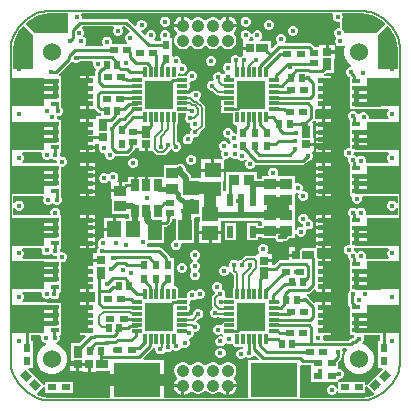
<source format=gtl>
G04*
G04 #@! TF.GenerationSoftware,Altium Limited,Altium Designer,22.9.1 (49)*
G04*
G04 Layer_Physical_Order=1*
G04 Layer_Color=255*
%FSLAX25Y25*%
%MOIN*%
G70*
G04*
G04 #@! TF.SameCoordinates,5A2D5F74-2F22-471E-A729-26C66B6EDD7C*
G04*
G04*
G04 #@! TF.FilePolarity,Positive*
G04*
G01*
G75*
%ADD15C,0.00500*%
%ADD16C,0.01000*%
%ADD17C,0.01575*%
%ADD44R,0.02756X0.03937*%
%ADD45R,0.02953X0.02362*%
%ADD46R,0.02520X0.02362*%
%ADD47R,0.02362X0.02520*%
%ADD48R,0.03150X0.04134*%
%ADD49R,0.03150X0.02559*%
%ADD50R,0.02362X0.02953*%
%ADD51R,0.04134X0.03150*%
%ADD52R,0.02559X0.03150*%
%ADD53R,0.02165X0.03937*%
G04:AMPARAMS|DCode=54|XSize=23.62mil|YSize=29.53mil|CornerRadius=0mil|HoleSize=0mil|Usage=FLASHONLY|Rotation=225.000|XOffset=0mil|YOffset=0mil|HoleType=Round|Shape=Rectangle|*
%AMROTATEDRECTD54*
4,1,4,-0.00209,0.01879,0.01879,-0.00209,0.00209,-0.01879,-0.01879,0.00209,-0.00209,0.01879,0.0*
%
%ADD54ROTATEDRECTD54*%

G04:AMPARAMS|DCode=55|XSize=23.62mil|YSize=29.53mil|CornerRadius=0mil|HoleSize=0mil|Usage=FLASHONLY|Rotation=135.000|XOffset=0mil|YOffset=0mil|HoleType=Round|Shape=Rectangle|*
%AMROTATEDRECTD55*
4,1,4,0.01879,0.00209,-0.00209,-0.01879,-0.01879,-0.00209,0.00209,0.01879,0.01879,0.00209,0.0*
%
%ADD55ROTATEDRECTD55*%

%ADD56R,0.03347X0.03740*%
%ADD57R,0.03150X0.01339*%
%ADD58R,0.02598X0.01654*%
%ADD59R,0.04724X0.06890*%
%ADD60R,0.05512X0.05118*%
%ADD61R,0.03937X0.03543*%
%ADD62R,0.05118X0.05512*%
G04:AMPARAMS|DCode=63|XSize=33.86mil|YSize=10.63mil|CornerRadius=1.33mil|HoleSize=0mil|Usage=FLASHONLY|Rotation=270.000|XOffset=0mil|YOffset=0mil|HoleType=Round|Shape=RoundedRectangle|*
%AMROUNDEDRECTD63*
21,1,0.03386,0.00797,0,0,270.0*
21,1,0.03120,0.01063,0,0,270.0*
1,1,0.00266,-0.00399,-0.01560*
1,1,0.00266,-0.00399,0.01560*
1,1,0.00266,0.00399,0.01560*
1,1,0.00266,0.00399,-0.01560*
%
%ADD63ROUNDEDRECTD63*%
G04:AMPARAMS|DCode=64|XSize=33.86mil|YSize=10.63mil|CornerRadius=1.33mil|HoleSize=0mil|Usage=FLASHONLY|Rotation=180.000|XOffset=0mil|YOffset=0mil|HoleType=Round|Shape=RoundedRectangle|*
%AMROUNDEDRECTD64*
21,1,0.03386,0.00797,0,0,180.0*
21,1,0.03120,0.01063,0,0,180.0*
1,1,0.00266,-0.01560,0.00399*
1,1,0.00266,0.01560,0.00399*
1,1,0.00266,0.01560,-0.00399*
1,1,0.00266,-0.01560,-0.00399*
%
%ADD64ROUNDEDRECTD64*%
%ADD65R,0.09646X0.09646*%
%ADD66R,0.15748X0.11811*%
%ADD67R,0.11024X0.09449*%
%ADD68C,0.01968*%
%ADD69C,0.02362*%
%ADD70C,0.02016*%
%ADD71C,0.00866*%
%ADD72C,0.03937*%
%ADD73C,0.03150*%
%ADD74C,0.04134*%
%ADD75C,0.06000*%
%ADD76C,0.01772*%
%ADD77C,0.02362*%
G36*
X52032Y64158D02*
X53718Y63936D01*
X55361Y63496D01*
X56933Y62845D01*
X58406Y61994D01*
X59591Y61085D01*
X59706Y60493D01*
X56693Y57480D01*
X46161D01*
Y57813D01*
X45907Y58428D01*
X45669Y58665D01*
Y62422D01*
X45768Y62659D01*
Y63325D01*
X45669Y63563D01*
Y64158D01*
X52032D01*
D02*
G37*
G36*
X-45669Y64158D02*
Y57480D01*
X-56693D01*
X-59706Y60493D01*
X-59591Y61085D01*
X-58406Y61994D01*
X-56933Y62845D01*
X-55361Y63495D01*
X-53718Y63936D01*
X-52032Y64158D01*
X-51181Y64158D01*
X-45669D01*
D02*
G37*
G36*
X-25289Y58079D02*
X-25497Y57579D01*
X-25530D01*
X-26145Y57324D01*
X-26615Y56853D01*
X-26870Y56238D01*
Y55573D01*
X-26615Y54958D01*
X-26145Y54487D01*
X-26024Y54437D01*
X-26123Y53937D01*
X-30910D01*
X-31162Y54313D01*
Y54979D01*
X-31416Y55594D01*
X-31887Y56065D01*
X-32502Y56319D01*
X-33168D01*
X-33783Y56065D01*
X-34253Y55594D01*
X-34508Y54979D01*
Y54313D01*
X-34253Y53698D01*
X-34131Y53576D01*
X-34339Y53076D01*
X-40012D01*
X-40219Y53576D01*
X-39920Y53875D01*
X-39665Y54490D01*
Y55156D01*
X-39920Y55771D01*
X-40391Y56241D01*
X-40645Y56347D01*
X-40712Y56682D01*
X-40457Y57297D01*
Y57963D01*
X-40712Y58578D01*
X-41182Y59048D01*
X-41096Y59554D01*
X-40964Y59711D01*
X-30666D01*
X-30459Y59211D01*
X-30552Y59117D01*
X-30807Y58502D01*
Y57837D01*
X-30552Y57222D01*
X-30082Y56751D01*
X-29467Y56496D01*
X-28801D01*
X-28186Y56751D01*
X-27715Y57222D01*
X-27461Y57837D01*
Y58502D01*
X-27715Y59117D01*
X-27809Y59211D01*
X-27602Y59711D01*
X-26922D01*
X-25289Y58079D01*
D02*
G37*
G36*
X61085Y59591D02*
X61994Y58406D01*
X62845Y56933D01*
X63495Y55361D01*
X63936Y53718D01*
X64158Y52032D01*
X64158Y51181D01*
Y45669D01*
X57480D01*
Y56693D01*
X60493Y59706D01*
X61085Y59591D01*
D02*
G37*
G36*
X-57480Y56693D02*
Y45669D01*
X-64158D01*
Y52032D01*
X-63936Y53718D01*
X-63496Y55361D01*
X-62845Y56933D01*
X-61994Y58406D01*
X-61085Y59591D01*
X-60493Y59706D01*
X-57480Y56693D01*
D02*
G37*
G36*
X42241Y64158D02*
X42559Y63658D01*
X42421Y63325D01*
Y62659D01*
X42676Y62044D01*
X43147Y61574D01*
X43762Y61319D01*
X44427D01*
X44451Y61329D01*
X44866Y61051D01*
Y59184D01*
X44821Y59153D01*
X44155D01*
X43540Y58899D01*
X43070Y58428D01*
X42815Y57813D01*
Y57147D01*
X43070Y56532D01*
X43540Y56062D01*
X43592Y55801D01*
X43463Y55672D01*
X43209Y55057D01*
Y54391D01*
X43392Y53949D01*
X43027Y53559D01*
X41051D01*
Y51780D01*
X43126D01*
Y53407D01*
X43587Y53653D01*
X43934Y53306D01*
X44549Y53051D01*
X45215D01*
X45830Y53306D01*
X46045Y53521D01*
X46445Y53214D01*
X46412Y53157D01*
X46063Y51855D01*
Y50507D01*
X46412Y49206D01*
X47086Y48039D01*
X48039Y47086D01*
X48743Y46679D01*
X48749Y46588D01*
X48283Y46088D01*
X48166D01*
X47551Y45833D01*
X47080Y45362D01*
X46826Y44747D01*
Y44082D01*
X47080Y43467D01*
X47551Y42996D01*
X48065Y42783D01*
X48164Y42685D01*
Y41961D01*
X48189Y41834D01*
Y37461D01*
Y34902D01*
Y32342D01*
X52362D01*
X52362Y32342D01*
X52756Y32283D01*
X52756Y32283D01*
X52838Y32283D01*
X60903D01*
X61110Y31783D01*
X60786Y31460D01*
X60532Y30845D01*
Y30179D01*
X60786Y29564D01*
X61110Y29240D01*
X60903Y28740D01*
X54596D01*
X54377Y29068D01*
Y29733D01*
X54123Y30348D01*
X53652Y30819D01*
X53037Y31074D01*
X52371D01*
X51756Y30819D01*
X51348Y30410D01*
X51010Y30418D01*
X50796Y30472D01*
X50631Y30869D01*
X50160Y31340D01*
X49545Y31594D01*
X48880D01*
X48265Y31340D01*
X47794Y30869D01*
X47539Y30254D01*
Y29588D01*
X47794Y28973D01*
X48189Y28579D01*
Y25453D01*
Y22894D01*
Y19228D01*
X48049Y19135D01*
X47384D01*
X46769Y18880D01*
X46457Y18568D01*
Y18563D01*
X46451D01*
X46298Y18410D01*
X46043Y17795D01*
Y17129D01*
X46298Y16514D01*
X46769Y16043D01*
X47384Y15789D01*
X47573Y15506D01*
X47542Y15430D01*
Y14765D01*
X47796Y14150D01*
X48164Y13782D01*
Y12827D01*
X48189Y12700D01*
Y8327D01*
Y5768D01*
Y3209D01*
X48618D01*
X48895Y2793D01*
X48839Y2656D01*
Y1990D01*
X49093Y1375D01*
X49564Y904D01*
X50179Y650D01*
X50845D01*
X51460Y904D01*
X51930Y1375D01*
X52185Y1990D01*
Y2656D01*
X52118Y2818D01*
X52470Y3192D01*
X52756Y3150D01*
Y3150D01*
X64158D01*
Y964D01*
X63658Y864D01*
X63623Y948D01*
X63152Y1419D01*
X62537Y1673D01*
X61872D01*
X61257Y1419D01*
X60786Y948D01*
X60532Y333D01*
Y-333D01*
X60786Y-948D01*
X61257Y-1419D01*
X61872Y-1673D01*
X62537D01*
X63152Y-1419D01*
X63623Y-948D01*
X63658Y-864D01*
X64158Y-964D01*
Y-3150D01*
X53695D01*
X53417Y-2734D01*
X53445Y-2667D01*
Y-2002D01*
X53190Y-1387D01*
X52719Y-916D01*
X52104Y-661D01*
X51439D01*
X50824Y-916D01*
X50498Y-1242D01*
X50160Y-904D01*
X49545Y-650D01*
X48880D01*
X48265Y-904D01*
X47794Y-1375D01*
X47539Y-1990D01*
Y-2656D01*
X47794Y-3271D01*
X48164Y-3640D01*
Y-4496D01*
X48189Y-4623D01*
Y-8996D01*
Y-13036D01*
X48109Y-13090D01*
X47444D01*
X46829Y-13344D01*
X46358Y-13815D01*
X46103Y-14430D01*
Y-15096D01*
X46358Y-15711D01*
X46829Y-16182D01*
X47444Y-16436D01*
X47451D01*
X47532Y-16557D01*
Y-17223D01*
X47786Y-17838D01*
X48164Y-18215D01*
Y-19063D01*
X48189Y-19190D01*
Y-23563D01*
Y-28271D01*
X47801Y-28659D01*
X47546Y-29274D01*
Y-29940D01*
X47556Y-29964D01*
X47506Y-30216D01*
Y-32500D01*
X47606Y-33002D01*
X47891Y-33428D01*
X48189Y-33726D01*
Y-38130D01*
Y-40689D01*
Y-43248D01*
X49402D01*
X49677Y-43748D01*
X49550Y-44054D01*
X49354Y-44250D01*
X49110D01*
X48608Y-44350D01*
X48182Y-44635D01*
X47822Y-44995D01*
X39584D01*
X39307Y-44579D01*
X39353Y-44467D01*
Y-43801D01*
X39319Y-43719D01*
X39597Y-43303D01*
X41945D01*
Y-42461D01*
X37402D01*
Y-40807D01*
X39252D01*
Y-39902D01*
X37402D01*
Y-38248D01*
X39252D01*
Y-37343D01*
X37402D01*
Y-35689D01*
X39252D01*
Y-34784D01*
X37402D01*
Y-33130D01*
X38870D01*
Y-32287D01*
X36795D01*
Y-32287D01*
X36295Y-32421D01*
X35553Y-31679D01*
X35553Y-31679D01*
X34537Y-30663D01*
X34489Y-30548D01*
X34019Y-30078D01*
X33712Y-29950D01*
X33811Y-29450D01*
X34155D01*
X34658Y-29351D01*
X35083Y-29066D01*
X36333Y-27816D01*
X36795Y-28008D01*
Y-28736D01*
X38870D01*
Y-27894D01*
X37402D01*
Y-26240D01*
X39252D01*
Y-25335D01*
X37402D01*
Y-23681D01*
X39252D01*
Y-22776D01*
X37402D01*
Y-21122D01*
X39252D01*
Y-20216D01*
X37402D01*
Y-18563D01*
X38870D01*
Y-17720D01*
X37534D01*
X37205Y-17244D01*
X37205Y-14851D01*
X37205Y-14173D01*
X37294Y-14173D01*
X37703Y-14169D01*
X38870D01*
Y-13327D01*
X37402D01*
Y-13000D01*
X36795D01*
X36795Y-13954D01*
X36795Y-13954D01*
X36795D01*
Y-13954D01*
X36795Y-13954D01*
X36795Y-14169D01*
X36706Y-14170D01*
X36297Y-14173D01*
X32496D01*
Y-13961D01*
X30716D01*
Y-16535D01*
X30217D01*
Y-17035D01*
X27937D01*
Y-18266D01*
X24860D01*
X24358Y-18366D01*
X23932Y-18651D01*
X22825Y-19758D01*
X22260D01*
Y-18905D01*
X19685D01*
Y-17906D01*
X22260D01*
Y-16126D01*
X20806D01*
X20599Y-15626D01*
X20710Y-15515D01*
X20965Y-14900D01*
Y-14234D01*
X20710Y-13619D01*
X20239Y-13148D01*
X19624Y-12894D01*
X18959D01*
X18343Y-13148D01*
X17873Y-13619D01*
X17618Y-14234D01*
Y-14900D01*
X17873Y-15515D01*
X17984Y-15626D01*
X17777Y-16126D01*
X17110D01*
Y-16530D01*
X16610Y-16797D01*
X16592Y-16785D01*
X16187Y-16704D01*
X13770D01*
X13365Y-16785D01*
X13022Y-17014D01*
X12025Y-18012D01*
X11872D01*
X11257Y-18267D01*
X10827Y-18697D01*
X10397Y-18267D01*
X9782Y-18012D01*
X9116D01*
X8501Y-18267D01*
X8030Y-18737D01*
X7776Y-19352D01*
Y-20018D01*
X7914Y-20353D01*
X7490Y-20636D01*
X7247Y-20393D01*
X6632Y-20138D01*
X5966D01*
X5351Y-20393D01*
X4881Y-20863D01*
X4626Y-21478D01*
Y-22144D01*
X4881Y-22759D01*
X5351Y-23230D01*
X5966Y-23484D01*
X6632D01*
X7247Y-23230D01*
X7718Y-22759D01*
X7972Y-22144D01*
Y-22112D01*
X8472Y-22058D01*
X8701Y-22401D01*
X9375Y-23076D01*
Y-27163D01*
X9371Y-27166D01*
X9167Y-27471D01*
X9096Y-27830D01*
Y-30750D01*
X6813D01*
X6799Y-30740D01*
X6520Y-30250D01*
X6682Y-29859D01*
Y-29194D01*
X6427Y-28579D01*
X5956Y-28108D01*
X5479Y-27910D01*
X5639Y-27522D01*
Y-26856D01*
X5385Y-26241D01*
X4914Y-25771D01*
X4299Y-25516D01*
X3633D01*
X3018Y-25771D01*
X2548Y-26241D01*
X2293Y-26856D01*
Y-27522D01*
X2548Y-28137D01*
X3018Y-28608D01*
X3051Y-28660D01*
X3115Y-29189D01*
X2402Y-29902D01*
X2172Y-30245D01*
X2092Y-30650D01*
Y-32985D01*
X2172Y-33390D01*
X2392Y-33719D01*
X2446Y-33813D01*
X2311Y-34293D01*
X2196Y-34341D01*
X1726Y-34811D01*
X1471Y-35427D01*
Y-36092D01*
X1726Y-36707D01*
X2196Y-37178D01*
X2811Y-37433D01*
X3477D01*
X4092Y-37178D01*
X4153Y-37117D01*
X4680Y-37134D01*
X4973Y-37492D01*
X7736D01*
Y-38492D01*
X5041D01*
X5109Y-38833D01*
X5333Y-39168D01*
X5309Y-39203D01*
X5274Y-39377D01*
X4798Y-39721D01*
X4663Y-39665D01*
X3998D01*
X3383Y-39920D01*
X2912Y-40391D01*
X2657Y-41006D01*
Y-41671D01*
X2912Y-42286D01*
X3383Y-42757D01*
X3998Y-43012D01*
X4663D01*
X5279Y-42757D01*
X5362Y-42765D01*
X5513Y-42991D01*
X5817Y-43195D01*
X5882Y-43717D01*
X5849Y-43783D01*
X5810Y-43792D01*
X5353Y-43602D01*
X4687D01*
X4072Y-43857D01*
X3601Y-44328D01*
X3347Y-44943D01*
Y-45608D01*
X3601Y-46223D01*
X4072Y-46694D01*
X4687Y-46949D01*
X5353D01*
X5968Y-46694D01*
X6438Y-46223D01*
X6482Y-46116D01*
X7084Y-45972D01*
X7541Y-46161D01*
X8207D01*
X8596Y-46000D01*
X8856Y-46097D01*
X9093Y-46256D01*
X9116Y-46285D01*
X9167Y-46545D01*
X9371Y-46850D01*
X9675Y-47053D01*
X10034Y-47124D01*
X10832D01*
X11191Y-47053D01*
X11417Y-46902D01*
X11644Y-47053D01*
X12003Y-47124D01*
X12434D01*
X12747Y-47459D01*
X12352Y-47778D01*
X11686D01*
X11071Y-48033D01*
X10600Y-48504D01*
X10346Y-49119D01*
Y-49784D01*
X10600Y-50399D01*
X11071Y-50870D01*
X11686Y-51125D01*
X12352D01*
X12967Y-50870D01*
X13412Y-50424D01*
X13619Y-50631D01*
X14234Y-50886D01*
X14900D01*
X15515Y-50631D01*
X15985Y-50160D01*
X16054Y-49995D01*
X16545Y-49897D01*
X17761Y-51113D01*
X17569Y-51575D01*
X14173D01*
Y-64158D01*
X-13961Y-64158D01*
Y-58768D01*
X-31709D01*
Y-64158D01*
X-51181D01*
X-52032D01*
X-53718Y-63936D01*
X-55361Y-63496D01*
X-56085Y-63196D01*
X-56203Y-62606D01*
X-53964Y-60367D01*
X-53847Y-60249D01*
X-53609Y-60348D01*
D01*
X-53609D01*
Y-60348D01*
X-53347Y-60739D01*
Y-62598D01*
X-44291D01*
Y-58661D01*
X-53347D01*
Y-59415D01*
X-53609Y-59807D01*
Y-59807D01*
X-53609D01*
D01*
X-53847Y-59905D01*
X-53957Y-59795D01*
X-56876Y-56876D01*
X-59156Y-54596D01*
X-58964Y-54134D01*
X-57480D01*
Y-49606D01*
Y-45079D01*
X-58136D01*
Y-43307D01*
X-55052D01*
X-54775Y-43723D01*
X-54811Y-43810D01*
Y-44476D01*
X-54556Y-45091D01*
X-54085Y-45561D01*
X-53470Y-45816D01*
X-53273D01*
X-52977Y-46316D01*
X-53008Y-46372D01*
X-53157Y-46412D01*
X-54324Y-47085D01*
X-55277Y-48038D01*
X-55950Y-49205D01*
X-56299Y-50507D01*
Y-51855D01*
X-55950Y-53157D01*
X-55277Y-54324D01*
X-54324Y-55277D01*
X-53157Y-55950D01*
X-51855Y-56299D01*
X-50507D01*
X-49206Y-55950D01*
X-48039Y-55277D01*
X-47086Y-54324D01*
X-46412Y-53157D01*
X-46063Y-51855D01*
Y-50507D01*
X-46412Y-49205D01*
X-47086Y-48038D01*
X-48039Y-47085D01*
X-49206Y-46412D01*
X-49746Y-46267D01*
X-49781Y-45740D01*
X-49328Y-45552D01*
X-48857Y-45082D01*
X-48602Y-44467D01*
Y-43801D01*
X-48659Y-43664D01*
X-48381Y-43248D01*
X-48189D01*
Y-40689D01*
Y-38130D01*
Y-35571D01*
Y-32342D01*
X-52362D01*
X-52362Y-32342D01*
X-52756Y-32283D01*
X-52756Y-32283D01*
X-52838Y-32283D01*
X-60903D01*
X-61110Y-31783D01*
X-60786Y-31460D01*
X-60532Y-30845D01*
Y-30179D01*
X-60786Y-29564D01*
X-61110Y-29240D01*
X-60903Y-28740D01*
X-54888D01*
X-54610Y-29156D01*
X-54626Y-29195D01*
Y-29860D01*
X-54371Y-30475D01*
X-53901Y-30946D01*
X-53286Y-31201D01*
X-52620D01*
X-52005Y-30946D01*
X-51702Y-30643D01*
X-51301Y-31045D01*
X-50686Y-31299D01*
X-50020D01*
X-49405Y-31045D01*
X-48935Y-30574D01*
X-48680Y-29959D01*
Y-29293D01*
X-48761Y-29097D01*
X-48483Y-28681D01*
X-48189D01*
Y-26122D01*
Y-23563D01*
Y-18918D01*
X-47613D01*
X-46998Y-18663D01*
X-46527Y-18193D01*
X-46273Y-17578D01*
Y-16912D01*
X-46527Y-16297D01*
X-46998Y-15826D01*
X-47613Y-15572D01*
X-47874D01*
X-48297Y-15343D01*
X-48316Y-15110D01*
Y-14667D01*
X-48409Y-14443D01*
X-48189Y-14114D01*
X-48189D01*
Y-11555D01*
Y-8996D01*
Y-6437D01*
Y-3209D01*
X-48189D01*
X-48415Y-2870D01*
X-48327Y-2656D01*
Y-1990D01*
X-48581Y-1375D01*
X-49052Y-904D01*
X-49667Y-650D01*
X-50333D01*
X-50948Y-904D01*
X-51419Y-1375D01*
X-51673Y-1990D01*
Y-2656D01*
X-51623Y-2777D01*
X-51883Y-3180D01*
X-52362Y-3209D01*
X-52756Y-3150D01*
Y-3150D01*
X-52838Y-3150D01*
X-64158D01*
Y-964D01*
X-63658Y-864D01*
X-63623Y-948D01*
X-63152Y-1419D01*
X-62537Y-1673D01*
X-61872D01*
X-61257Y-1419D01*
X-60786Y-948D01*
X-60532Y-333D01*
Y333D01*
X-60786Y948D01*
X-61257Y1419D01*
X-61872Y1673D01*
X-62537D01*
X-63152Y1419D01*
X-63623Y948D01*
X-63658Y864D01*
X-64158Y964D01*
Y3150D01*
X-54201D01*
X-53891Y2650D01*
X-54035Y2301D01*
Y1636D01*
X-53781Y1021D01*
X-53310Y550D01*
X-52695Y295D01*
X-52029D01*
X-51414Y550D01*
X-50984Y980D01*
X-50554Y550D01*
X-49939Y295D01*
X-49273D01*
X-48658Y550D01*
X-48188Y1021D01*
X-47933Y1636D01*
Y2301D01*
X-48115Y2740D01*
X-48189Y3209D01*
X-48189Y3209D01*
X-48189Y3209D01*
Y5768D01*
Y8327D01*
Y12919D01*
X-48088Y12986D01*
X-47422D01*
X-46807Y13241D01*
X-46337Y13712D01*
X-46082Y14327D01*
Y14992D01*
X-46337Y15607D01*
X-46807Y16078D01*
X-47422Y16333D01*
X-47948D01*
X-48153Y16415D01*
X-48410Y16740D01*
Y17184D01*
X-48483Y17360D01*
X-48205Y17776D01*
X-48189D01*
Y20335D01*
Y22894D01*
Y25453D01*
Y28681D01*
X-49111D01*
X-49446Y29181D01*
X-49394Y29306D01*
Y29763D01*
X-48846D01*
X-48231Y30018D01*
X-47760Y30489D01*
X-47505Y31104D01*
Y31769D01*
X-47760Y32384D01*
X-48164Y32788D01*
Y33630D01*
X-48189Y33757D01*
Y37461D01*
Y40020D01*
Y43248D01*
X-48641D01*
X-48793Y43578D01*
X-48813Y43748D01*
X-44635Y47926D01*
X-44312Y47958D01*
X-44050Y47696D01*
X-43435Y47441D01*
X-42770D01*
X-42155Y47696D01*
X-41765Y48085D01*
X-37646D01*
X-37368Y47669D01*
X-37414Y47557D01*
Y46892D01*
X-37159Y46277D01*
X-36689Y45806D01*
X-36514Y45192D01*
X-36555Y45130D01*
X-36655Y44628D01*
Y43745D01*
X-36795Y43303D01*
X-38870D01*
Y42461D01*
X-37402D01*
Y40807D01*
X-39252D01*
Y39902D01*
X-37402D01*
Y38248D01*
X-39252D01*
Y37343D01*
X-37402D01*
Y35689D01*
X-39252D01*
Y34784D01*
X-37402D01*
Y33130D01*
X-38870D01*
Y32287D01*
X-36822D01*
X-36664Y32052D01*
X-35753Y31140D01*
X-35327Y30856D01*
X-34824Y30756D01*
X-34803D01*
Y29724D01*
X-36614D01*
Y29161D01*
X-36795Y28736D01*
X-38870D01*
Y27894D01*
X-37402D01*
Y26240D01*
X-39252D01*
Y25335D01*
X-37402D01*
Y23681D01*
X-39252D01*
Y22776D01*
X-37402D01*
Y21122D01*
X-39252D01*
Y20216D01*
X-37402D01*
Y19890D01*
X-36795D01*
Y20457D01*
X-35508D01*
X-35309Y19957D01*
X-35531Y19419D01*
Y18754D01*
X-35277Y18139D01*
X-34806Y17668D01*
X-34191Y17413D01*
X-33912D01*
X-33498Y17207D01*
X-33463Y16951D01*
Y16524D01*
X-33209Y15909D01*
X-32738Y15438D01*
X-32123Y15184D01*
X-31457D01*
X-30843Y15438D01*
X-30372Y15909D01*
X-30117Y16524D01*
X-30058Y16572D01*
X-29667Y16495D01*
X-26238D01*
X-25736Y16594D01*
X-25310Y16879D01*
X-23847Y18342D01*
X-23563Y18768D01*
X-23490Y19134D01*
X-22260D01*
Y18094D01*
X-20185D01*
Y20374D01*
X-19185D01*
Y18094D01*
X-17586D01*
X-16505Y17014D01*
X-16162Y16785D01*
X-15757Y16704D01*
X-14164D01*
X-13759Y16785D01*
X-13416Y17014D01*
X-11940Y18490D01*
X-11883Y18575D01*
X-11757Y18628D01*
X-11261Y18737D01*
X-10790Y18267D01*
X-10175Y18012D01*
X-9510D01*
X-8895Y18267D01*
X-8424Y18737D01*
X-8169Y19352D01*
Y20018D01*
X-8424Y20633D01*
X-8895Y21103D01*
X-9375Y21303D01*
Y27163D01*
X-9371Y27166D01*
X-9168Y27471D01*
X-9096Y27830D01*
Y30750D01*
X-6580D01*
X-6373Y30250D01*
X-6635Y29987D01*
X-6890Y29372D01*
Y28707D01*
X-6635Y28092D01*
X-6164Y27621D01*
X-5549Y27366D01*
X-5302D01*
X-5302Y27366D01*
Y26700D01*
X-5047Y26085D01*
X-4583Y25622D01*
X-4848Y25357D01*
X-5102Y24742D01*
Y24077D01*
X-5097Y24065D01*
X-5480Y23682D01*
X-5573Y23720D01*
X-6238D01*
X-6853Y23466D01*
X-7324Y22995D01*
X-7579Y22380D01*
Y21714D01*
X-7324Y21099D01*
X-6853Y20629D01*
X-6238Y20374D01*
X-5573D01*
X-4958Y20629D01*
X-4487Y21099D01*
X-4232Y21714D01*
Y22380D01*
X-4237Y22392D01*
X-3855Y22774D01*
X-3762Y22736D01*
X-3096D01*
X-2481Y22991D01*
X-2011Y23462D01*
X-1756Y24077D01*
Y24587D01*
X-418Y25925D01*
X-189Y26268D01*
X-108Y26673D01*
Y32787D01*
X-189Y33191D01*
X-418Y33535D01*
X-2239Y35355D01*
X-1796Y35798D01*
X-1541Y36413D01*
Y37079D01*
X-1796Y37694D01*
X-2266Y38165D01*
X-2881Y38419D01*
X-3547D01*
X-4162Y38165D01*
X-4521Y37806D01*
X-5021Y37964D01*
Y38391D01*
X-5109Y38833D01*
X-5333Y39168D01*
X-5309Y39203D01*
X-5238Y39562D01*
Y40359D01*
X-5309Y40718D01*
X-5137Y41284D01*
X-4886Y41447D01*
X-4221D01*
X-3606Y41702D01*
X-3135Y42173D01*
X-2880Y42788D01*
Y43453D01*
X-3135Y44068D01*
X-3606Y44539D01*
X-4221Y44794D01*
X-4886D01*
X-5501Y44539D01*
X-5972Y44068D01*
X-6227Y43453D01*
Y43266D01*
X-9096D01*
Y43872D01*
X-8596Y44157D01*
X-8207Y43996D01*
X-7541D01*
X-6926Y44251D01*
X-6455Y44721D01*
X-6201Y45336D01*
Y46002D01*
X-6455Y46617D01*
X-6926Y47088D01*
X-7541Y47343D01*
X-7776D01*
X-8169Y47699D01*
Y48364D01*
X-8424Y48979D01*
X-8895Y49450D01*
X-9510Y49705D01*
X-10175D01*
X-10524Y49560D01*
X-11024Y49870D01*
Y55709D01*
X-11441D01*
X-11775Y56209D01*
X-11713Y56360D01*
Y57026D01*
X-11967Y57641D01*
X-12438Y58111D01*
X-13053Y58366D01*
X-13719D01*
X-14334Y58111D01*
X-14804Y57641D01*
X-15059Y57026D01*
Y56360D01*
X-14991Y56196D01*
X-14961Y55709D01*
X-14961Y55709D01*
X-14961Y55709D01*
Y54864D01*
X-16920D01*
X-16967Y54943D01*
X-17073Y55364D01*
X-16692Y55745D01*
X-16437Y56360D01*
Y57026D01*
X-16692Y57641D01*
X-17162Y58111D01*
X-17777Y58366D01*
X-18443D01*
X-19058Y58111D01*
X-19529Y57641D01*
X-19783Y57026D01*
Y56993D01*
X-20283Y56786D01*
X-21463Y57964D01*
X-21255Y58464D01*
X-20927D01*
X-20312Y58719D01*
X-19841Y59190D01*
X-19587Y59805D01*
Y60471D01*
X-19841Y61086D01*
X-20312Y61556D01*
X-20927Y61811D01*
X-21593D01*
X-22208Y61556D01*
X-22678Y61086D01*
X-22933Y60471D01*
Y60142D01*
X-23433Y59935D01*
X-25450Y61952D01*
X-25876Y62236D01*
X-26378Y62336D01*
X-41024D01*
X-41240Y62659D01*
Y63325D01*
X-41378Y63658D01*
X-41059Y64158D01*
X42241Y64158D01*
D02*
G37*
G36*
X52755Y17717D02*
X52756Y17717D01*
X53252Y17717D01*
X60903D01*
X61110Y17217D01*
X60786Y16893D01*
X60532Y16278D01*
Y15612D01*
X60786Y14997D01*
X61110Y14673D01*
X60903Y14173D01*
X53695D01*
X53417Y14589D01*
X53445Y14656D01*
Y15321D01*
X53190Y15936D01*
X52719Y16407D01*
X52104Y16662D01*
X51439D01*
X50824Y16407D01*
X50548Y16131D01*
X50163Y16516D01*
X49548Y16771D01*
X49359Y17054D01*
X49390Y17129D01*
Y17776D01*
X52283D01*
X52755Y17717D01*
D02*
G37*
G36*
X-54413Y17301D02*
X-54429Y17262D01*
Y16596D01*
X-54174Y15981D01*
X-53704Y15510D01*
X-53089Y15256D01*
X-52423D01*
X-51808Y15510D01*
X-51459Y15860D01*
X-51031Y15433D01*
X-50416Y15178D01*
X-49890D01*
X-49685Y15096D01*
X-49428Y14770D01*
Y14327D01*
X-49570Y14114D01*
X-52362D01*
X-52362Y14114D01*
X-52756Y14173D01*
X-52756Y14173D01*
X-52838Y14173D01*
X-60903D01*
X-61110Y14673D01*
X-60786Y14997D01*
X-60532Y15612D01*
Y16278D01*
X-60786Y16893D01*
X-61110Y17217D01*
X-60903Y17717D01*
X-54691D01*
X-54413Y17301D01*
D02*
G37*
G36*
X52755Y-14173D02*
X52756Y-14173D01*
X53252Y-14173D01*
X60903D01*
X61110Y-14673D01*
X60786Y-14997D01*
X60532Y-15612D01*
Y-16278D01*
X60786Y-16893D01*
X61110Y-17217D01*
X60903Y-17717D01*
X53687D01*
X53409Y-17301D01*
X53437Y-17233D01*
Y-16568D01*
X53182Y-15953D01*
X52712Y-15482D01*
X52097Y-15227D01*
X51431D01*
X50816Y-15482D01*
X50490Y-15808D01*
X50153Y-15471D01*
X49538Y-15217D01*
X49530D01*
X49450Y-15096D01*
Y-14430D01*
X49661Y-14114D01*
X52283D01*
X52755Y-14173D01*
D02*
G37*
G36*
X-54610Y-14589D02*
X-54626Y-14628D01*
Y-15293D01*
X-54371Y-15909D01*
X-53901Y-16379D01*
X-53286Y-16634D01*
X-52620D01*
X-52005Y-16379D01*
X-51818Y-16192D01*
X-51450Y-15973D01*
X-51164Y-16192D01*
X-50937Y-16419D01*
X-50322Y-16673D01*
X-50061D01*
X-49638Y-16902D01*
X-49619Y-17135D01*
Y-17578D01*
X-49751Y-17776D01*
X-52362D01*
X-52362Y-17776D01*
X-52756Y-17717D01*
X-52756Y-17717D01*
X-52838Y-17717D01*
X-60903D01*
X-61110Y-17217D01*
X-60786Y-16893D01*
X-60532Y-16278D01*
Y-15612D01*
X-60786Y-14997D01*
X-61110Y-14673D01*
X-60903Y-14173D01*
X-54888D01*
X-54610Y-14589D01*
D02*
G37*
G36*
X58136Y-45079D02*
X57480D01*
Y-49606D01*
Y-54134D01*
X58964D01*
X59156Y-54596D01*
X56876Y-56876D01*
X53846Y-59905D01*
X53346Y-59698D01*
Y-58661D01*
X44791D01*
X44335Y-58661D01*
X44309Y-58161D01*
X44645Y-57826D01*
X44751D01*
X45366Y-57571D01*
X45836Y-57100D01*
X46091Y-56485D01*
Y-55820D01*
X45836Y-55205D01*
X45366Y-54734D01*
X44751Y-54479D01*
X44730D01*
X44291Y-54331D01*
X44291Y-54032D01*
Y-52250D01*
X44984Y-51557D01*
X45269Y-51131D01*
X45369Y-50629D01*
Y-50130D01*
X45623Y-49876D01*
X45877Y-49261D01*
Y-48596D01*
X45680Y-48120D01*
X45915Y-47620D01*
X46872D01*
X47039Y-48120D01*
X46412Y-49205D01*
X46063Y-50507D01*
Y-51855D01*
X46412Y-53157D01*
X47086Y-54324D01*
X48039Y-55277D01*
X49205Y-55950D01*
X50507Y-56299D01*
X51855D01*
X53157Y-55950D01*
X54324Y-55277D01*
X55277Y-54324D01*
X55950Y-53157D01*
X56299Y-51855D01*
Y-50507D01*
X55950Y-49205D01*
X55277Y-48038D01*
X54324Y-47085D01*
X53157Y-46412D01*
X52505Y-46237D01*
X52356Y-45680D01*
X52600Y-45436D01*
X52854Y-44821D01*
Y-44155D01*
X52701Y-43784D01*
X53019Y-43307D01*
X58136D01*
Y-45079D01*
D02*
G37*
G36*
X32130Y-53136D02*
X32632Y-53236D01*
X35236D01*
Y-54331D01*
X35236Y-54331D01*
Y-54724D01*
X35236D01*
X35236Y-54831D01*
Y-58661D01*
X43791D01*
X44291Y-58661D01*
X44291Y-59161D01*
Y-61066D01*
X43799Y-61085D01*
X43545Y-60470D01*
X43074Y-59999D01*
X42459Y-59744D01*
X41793D01*
X41178Y-59999D01*
X40707Y-60470D01*
X40453Y-61085D01*
Y-61750D01*
X40707Y-62365D01*
X41178Y-62836D01*
X41793Y-63090D01*
X42459D01*
X43074Y-62836D01*
X43545Y-62365D01*
X43799Y-61750D01*
X44291Y-61769D01*
Y-62598D01*
X53346D01*
Y-60457D01*
X53846Y-60249D01*
X56203Y-62606D01*
X56085Y-63196D01*
X55361Y-63496D01*
X53718Y-63936D01*
X52032Y-64158D01*
X51181D01*
X31496D01*
Y-53314D01*
X31996Y-53047D01*
X32130Y-53136D01*
D02*
G37*
%LPC*%
G36*
X7000Y63021D02*
X6316Y62838D01*
X5617Y62435D01*
X5188Y62005D01*
X4995Y61875D01*
X4536Y61981D01*
X4253Y62264D01*
X3602Y62640D01*
X2876Y62835D01*
X2124D01*
X1398Y62640D01*
X747Y62264D01*
X308Y61825D01*
X0Y61771D01*
X-308Y61825D01*
X-747Y62264D01*
X-1398Y62640D01*
X-2124Y62835D01*
X-2876D01*
X-3602Y62640D01*
X-4253Y62264D01*
X-4536Y61981D01*
X-4995Y61875D01*
X-5188Y62005D01*
X-5617Y62435D01*
X-6316Y62838D01*
X-7000Y63021D01*
Y59980D01*
X-7500D01*
Y59480D01*
X-10541D01*
X-10358Y58797D01*
X-9954Y58097D01*
X-9525Y57668D01*
X-9395Y57475D01*
X-9500Y57016D01*
X-9784Y56733D01*
X-10160Y56082D01*
X-10354Y55356D01*
Y54605D01*
X-10160Y53879D01*
X-9784Y53228D01*
X-9253Y52696D01*
X-8602Y52320D01*
X-7876Y52126D01*
X-7124D01*
X-6398Y52320D01*
X-5747Y52696D01*
X-5308Y53136D01*
X-5000Y53190D01*
X-4692Y53136D01*
X-4253Y52696D01*
X-3602Y52320D01*
X-2876Y52126D01*
X-2124D01*
X-1398Y52320D01*
X-747Y52696D01*
X-308Y53136D01*
X0Y53190D01*
X308Y53136D01*
X747Y52696D01*
X1398Y52320D01*
X2124Y52126D01*
X2876D01*
X3602Y52320D01*
X4253Y52696D01*
X4692Y53136D01*
X5000Y53190D01*
X5308Y53136D01*
X5747Y52696D01*
X6398Y52320D01*
X7124Y52126D01*
X7876D01*
X8602Y52320D01*
X9253Y52696D01*
X9784Y53228D01*
X10160Y53879D01*
X10354Y54605D01*
Y55356D01*
X10160Y56082D01*
X9784Y56733D01*
X9500Y57016D01*
X9395Y57475D01*
X9525Y57668D01*
X9954Y58097D01*
X10358Y58797D01*
X10541Y59480D01*
X7500D01*
Y59980D01*
X7000D01*
Y63021D01*
D02*
G37*
G36*
X8000D02*
Y60480D01*
X10541D01*
X10358Y61164D01*
X9954Y61863D01*
X9383Y62435D01*
X8684Y62838D01*
X8000Y63021D01*
D02*
G37*
G36*
X-8000D02*
X-8684Y62838D01*
X-9383Y62435D01*
X-9954Y61863D01*
X-10358Y61164D01*
X-10541Y60480D01*
X-8000D01*
Y63021D01*
D02*
G37*
G36*
X13719Y62992D02*
X13053D01*
X12438Y62738D01*
X11967Y62267D01*
X11712Y61652D01*
Y60986D01*
X11967Y60371D01*
X12438Y59900D01*
X13053Y59646D01*
X13719D01*
X14333Y59900D01*
X14804Y60371D01*
X15059Y60986D01*
Y61652D01*
X14804Y62267D01*
X14333Y62738D01*
X13719Y62992D01*
D02*
G37*
G36*
X-13053Y62992D02*
X-13719D01*
X-14334Y62737D01*
X-14805Y62267D01*
X-15059Y61652D01*
Y60986D01*
X-14805Y60371D01*
X-14334Y59900D01*
X-13719Y59646D01*
X-13053D01*
X-12438Y59900D01*
X-11968Y60371D01*
X-11713Y60986D01*
Y61652D01*
X-11968Y62267D01*
X-12438Y62737D01*
X-13053Y62992D01*
D02*
G37*
G36*
X21593Y61811D02*
X20927D01*
X20312Y61556D01*
X19841Y61086D01*
X19587Y60471D01*
Y59805D01*
X19841Y59190D01*
X20312Y58719D01*
X20927Y58465D01*
X21593D01*
X22208Y58719D01*
X22678Y59190D01*
X22933Y59805D01*
Y60471D01*
X22678Y61086D01*
X22208Y61556D01*
X21593Y61811D01*
D02*
G37*
G36*
X29467Y59843D02*
X28801D01*
X28186Y59588D01*
X27715Y59117D01*
X27461Y58502D01*
Y57837D01*
X27715Y57222D01*
X28186Y56751D01*
X28801Y56496D01*
X29467D01*
X30082Y56751D01*
X30552Y57222D01*
X30807Y57837D01*
Y58502D01*
X30552Y59117D01*
X30082Y59588D01*
X29467Y59843D01*
D02*
G37*
G36*
X13719Y58465D02*
X13053D01*
X12438Y58210D01*
X11967Y57739D01*
X11712Y57124D01*
Y56459D01*
X11967Y55844D01*
X12435Y55376D01*
X12523Y55115D01*
X12583Y54933D01*
X12583Y54772D01*
Y52862D01*
X14862D01*
Y51862D01*
X12583D01*
Y50067D01*
X12044Y49844D01*
X11862Y49661D01*
X11534Y49404D01*
X11208Y49661D01*
X11025Y49845D01*
X10410Y50099D01*
X9744D01*
X9129Y49845D01*
X8658Y49374D01*
X8404Y48759D01*
Y48093D01*
X8441Y48004D01*
X8058Y47621D01*
X7971Y47657D01*
X7305D01*
X6690Y47403D01*
X6219Y46932D01*
X5965Y46317D01*
Y45651D01*
X6219Y45036D01*
X6427Y44829D01*
X6527Y44359D01*
X6402Y44201D01*
X6223Y44023D01*
X5906Y43914D01*
X5588Y44023D01*
X5279Y44332D01*
X4663Y44587D01*
X3998D01*
X3383Y44332D01*
X2912Y43861D01*
X2657Y43246D01*
Y42581D01*
X2872Y42062D01*
X2672Y41768D01*
X2539Y41659D01*
X2475Y41685D01*
X1809D01*
X1194Y41431D01*
X723Y40960D01*
X469Y40345D01*
Y39679D01*
X723Y39064D01*
X1194Y38594D01*
X1809Y38339D01*
X2319D01*
X3414Y37244D01*
X3757Y37015D01*
X4162Y36934D01*
X4613D01*
X4950Y36524D01*
X7736D01*
Y35524D01*
X5041D01*
X5109Y35183D01*
X5333Y34848D01*
X5309Y34813D01*
X5238Y34454D01*
Y33656D01*
X5309Y33297D01*
X5461Y33071D01*
X5309Y32844D01*
X5238Y32485D01*
Y31688D01*
X5309Y31329D01*
X5513Y31024D01*
X5817Y30821D01*
X6176Y30750D01*
X9096D01*
Y27830D01*
X9168Y27471D01*
X9371Y27166D01*
X9675Y26963D01*
X10035Y26891D01*
X10261D01*
X10630Y26575D01*
Y24279D01*
X10130Y23970D01*
X9782Y24114D01*
X9199D01*
Y24462D01*
X8944Y25077D01*
X8473Y25548D01*
X7858Y25802D01*
X7193D01*
X6578Y25548D01*
X6107Y25077D01*
X5852Y24462D01*
Y23796D01*
X6107Y23181D01*
X6578Y22711D01*
X7193Y22456D01*
X7776D01*
Y22108D01*
X8030Y21493D01*
X8501Y21023D01*
X8365Y20773D01*
X8326Y20734D01*
X8261Y20578D01*
X7720D01*
X7657Y20730D01*
X7186Y21201D01*
X6571Y21455D01*
X5905D01*
X5290Y21201D01*
X4820Y20730D01*
X4565Y20115D01*
Y19449D01*
X4820Y18834D01*
X5290Y18364D01*
X5433Y18305D01*
X5444Y18248D01*
X5189Y17633D01*
Y16968D01*
X5444Y16353D01*
X5915Y15882D01*
X5943Y15870D01*
X5844Y15370D01*
X2862D01*
Y12311D01*
X6118D01*
Y15257D01*
X6508Y15636D01*
X6530Y15627D01*
X7195D01*
X7810Y15882D01*
X7974Y16045D01*
X8374Y16270D01*
X8627Y16045D01*
X8862Y15810D01*
X9477Y15555D01*
X10143D01*
X10758Y15810D01*
X10769Y15807D01*
X10857Y15596D01*
X11328Y15125D01*
X11943Y14870D01*
X12608D01*
X13224Y15125D01*
X13407Y15308D01*
X13784Y15292D01*
X13981Y15175D01*
X13982Y15167D01*
X13542Y14727D01*
X13287Y14112D01*
Y13447D01*
X13542Y12832D01*
X14013Y12361D01*
X14628Y12106D01*
X15293D01*
X15908Y12361D01*
X16379Y12832D01*
X16634Y13447D01*
X16889Y13656D01*
X16929Y13648D01*
X32468D01*
X32971Y13748D01*
X33397Y14032D01*
X34226Y14862D01*
X34585D01*
X35200Y15117D01*
X35671Y15588D01*
X35925Y16203D01*
Y16868D01*
X35671Y17483D01*
X35559Y17594D01*
X35766Y18094D01*
X36039D01*
Y19874D01*
X33465D01*
Y20874D01*
X36039D01*
Y22654D01*
X35827D01*
Y27362D01*
X35826D01*
X35635Y27824D01*
X36271Y28460D01*
X36295Y28497D01*
X36795Y28345D01*
X36795Y28327D01*
X36795Y28327D01*
X36795Y28326D01*
Y27567D01*
X37402D01*
Y27894D01*
X38870D01*
Y28736D01*
X37011Y28736D01*
X36924Y28828D01*
X36924D01*
X36924Y28828D01*
Y28828D01*
X36612Y29171D01*
X36655Y29388D01*
Y31845D01*
X36795Y32287D01*
X38870D01*
Y33130D01*
X37402D01*
Y34784D01*
X39252D01*
Y35689D01*
X37402D01*
Y37343D01*
X39252D01*
Y38248D01*
X37402D01*
Y39902D01*
X39252D01*
Y40807D01*
X37402D01*
Y42461D01*
X41945D01*
Y43303D01*
X39634D01*
X39482Y43803D01*
X39708Y43954D01*
X40045Y44291D01*
X42913D01*
Y49000D01*
X43126D01*
Y50779D01*
X40551D01*
Y51279D01*
X40051D01*
Y53559D01*
X37976D01*
Y52913D01*
X36491D01*
X36467Y52948D01*
X36042Y53232D01*
X36022Y53236D01*
X35467Y53790D01*
X35042Y54075D01*
X34539Y54175D01*
X26879D01*
X26661Y54675D01*
X26870Y55179D01*
Y55845D01*
X26615Y56460D01*
X26145Y56930D01*
X25530Y57185D01*
X24864D01*
X24249Y56930D01*
X23778Y56460D01*
X23524Y55845D01*
Y55179D01*
X23778Y54564D01*
X23837Y54505D01*
X23753Y53882D01*
X23617Y53790D01*
X22312Y52486D01*
X21850Y52677D01*
Y54724D01*
X18249D01*
X18150Y55224D01*
X18271Y55274D01*
X18741Y55745D01*
X18996Y56360D01*
Y57026D01*
X18741Y57641D01*
X18271Y58111D01*
X17656Y58366D01*
X16990D01*
X16375Y58111D01*
X15904Y57641D01*
X15650Y57026D01*
Y56360D01*
X15904Y55745D01*
X16213Y55437D01*
X16005Y54937D01*
X14551D01*
X14453Y55134D01*
X14398Y55437D01*
X14804Y55844D01*
X15059Y56459D01*
Y57124D01*
X14804Y57739D01*
X14333Y58210D01*
X13719Y58465D01*
D02*
G37*
G36*
X2159Y49779D02*
X1493D01*
X878Y49525D01*
X407Y49054D01*
X153Y48439D01*
Y47774D01*
X407Y47159D01*
X878Y46688D01*
X1493Y46433D01*
X2159D01*
X2774Y46688D01*
X3244Y47159D01*
X3499Y47774D01*
Y48439D01*
X3244Y49054D01*
X2774Y49525D01*
X2159Y49779D01*
D02*
G37*
G36*
X-39870Y43303D02*
X-41945D01*
Y42461D01*
X-39870D01*
Y43303D01*
D02*
G37*
G36*
X41945Y33130D02*
X39870D01*
Y32287D01*
X41945D01*
Y33130D01*
D02*
G37*
G36*
X-39870D02*
X-41945D01*
Y32287D01*
X-39870D01*
Y33130D01*
D02*
G37*
G36*
X39870Y28736D02*
Y27894D01*
X41945D01*
Y28736D01*
X39870Y28736D01*
D02*
G37*
G36*
X-39870Y28736D02*
X-41945D01*
Y27894D01*
X-39870D01*
Y28736D01*
D02*
G37*
G36*
X37402Y26567D02*
X36795D01*
Y25398D01*
Y25008D01*
X37402D01*
Y25335D01*
X39252D01*
Y26240D01*
X37402D01*
Y26567D01*
D02*
G37*
G36*
Y24008D02*
X36795D01*
Y22839D01*
Y22449D01*
X37402D01*
Y22776D01*
X39252D01*
Y23681D01*
X37402D01*
Y24008D01*
D02*
G37*
G36*
Y21449D02*
X36795D01*
Y20279D01*
Y19890D01*
X37402D01*
Y20216D01*
X39252D01*
Y21122D01*
X37402D01*
Y21449D01*
D02*
G37*
G36*
X41945Y18563D02*
X39870D01*
Y17720D01*
X41945D01*
Y18563D01*
D02*
G37*
G36*
X37402Y18890D02*
X36795D01*
Y17720D01*
X38870D01*
Y18563D01*
X37402D01*
Y18890D01*
D02*
G37*
G36*
X-36795Y18890D02*
X-37402D01*
Y18563D01*
X-38870D01*
Y17720D01*
X-36795D01*
Y18890D01*
D02*
G37*
G36*
X-39870Y18563D02*
X-41945D01*
Y17720D01*
X-39870D01*
Y18563D01*
D02*
G37*
G36*
X-4362Y16797D02*
X-5028D01*
X-5643Y16543D01*
X-6113Y16072D01*
X-6368Y15457D01*
Y14791D01*
X-6113Y14176D01*
X-5643Y13706D01*
X-5028Y13451D01*
X-4362D01*
X-3747Y13706D01*
X-3276Y14176D01*
X-3022Y14791D01*
Y15457D01*
X-3276Y16072D01*
X-3747Y16543D01*
X-4362Y16797D01*
D02*
G37*
G36*
X41945Y14169D02*
X39870D01*
Y13327D01*
X41945D01*
Y14169D01*
D02*
G37*
G36*
X-39870Y14169D02*
X-41945D01*
Y13327D01*
X-39870D01*
Y14169D01*
D02*
G37*
G36*
X38870Y14169D02*
X36795D01*
Y13000D01*
X37402D01*
Y13327D01*
X38870D01*
Y14169D01*
D02*
G37*
G36*
X-36795Y14169D02*
X-38870D01*
Y13327D01*
X-37402D01*
Y13000D01*
X-36795D01*
Y14169D01*
D02*
G37*
G36*
X-23683Y15846D02*
X-24349D01*
X-24964Y15592D01*
X-25434Y15121D01*
X-25689Y14506D01*
Y13840D01*
X-25434Y13225D01*
X-24964Y12755D01*
X-24349Y12500D01*
X-23683D01*
X-23068Y12755D01*
X-22597Y13225D01*
X-22343Y13840D01*
Y14506D01*
X-22597Y15121D01*
X-23068Y15592D01*
X-23683Y15846D01*
D02*
G37*
G36*
X1862Y15370D02*
X-1394D01*
Y12311D01*
X1862D01*
Y15370D01*
D02*
G37*
G36*
X37402Y12000D02*
X36795D01*
Y10831D01*
Y10441D01*
X37402D01*
Y10768D01*
X39252D01*
Y11673D01*
X37402D01*
Y12000D01*
D02*
G37*
G36*
X-36795Y12000D02*
X-37402D01*
Y11673D01*
X-39252D01*
Y10768D01*
X-37402D01*
Y10441D01*
X-36795D01*
Y10831D01*
Y12000D01*
D02*
G37*
G36*
X-30376Y11122D02*
X-31041D01*
X-31657Y10867D01*
X-32127Y10397D01*
X-32717Y10280D01*
X-32910Y10474D01*
X-33525Y10728D01*
X-34191D01*
X-34806Y10474D01*
X-35277Y10003D01*
X-35531Y9388D01*
Y8722D01*
X-35277Y8107D01*
X-34806Y7637D01*
X-34191Y7382D01*
X-33525D01*
X-32910Y7637D01*
X-32440Y8107D01*
X-31850Y8224D01*
X-31657Y8030D01*
X-31656Y8030D01*
X-31574Y7981D01*
X-31315Y7791D01*
Y5520D01*
X-28846D01*
Y7791D01*
X-29293D01*
X-29500Y8291D01*
X-29290Y8501D01*
X-29035Y9116D01*
Y9782D01*
X-29290Y10397D01*
X-29761Y10867D01*
X-30376Y11122D01*
D02*
G37*
G36*
X-8354Y13949D02*
X-8428D01*
X-9119Y13812D01*
X-9609Y13484D01*
X-13780D01*
Y9949D01*
X-13780Y9449D01*
X-17307D01*
Y9661D01*
X-19185D01*
Y6693D01*
X-20185D01*
Y9661D01*
X-22925D01*
Y6693D01*
X-23925D01*
Y9661D01*
X-25803D01*
Y7791D01*
X-27847D01*
Y5020D01*
X-28346D01*
Y4520D01*
X-31315D01*
Y2248D01*
X-31102D01*
Y-2854D01*
X-25591D01*
X-25591Y-3354D01*
Y-4331D01*
X-26756D01*
Y-4118D01*
X-29815D01*
Y-7874D01*
X-30315D01*
Y-8374D01*
X-33874D01*
Y-10895D01*
X-33919Y-10925D01*
X-34585D01*
X-35200Y-11180D01*
X-35671Y-11651D01*
X-35925Y-12266D01*
Y-12931D01*
X-35671Y-13546D01*
X-35389Y-13828D01*
X-35769Y-14208D01*
X-36024Y-14823D01*
Y-15488D01*
X-35997Y-15552D01*
X-36275Y-15968D01*
X-37491D01*
Y-17720D01*
X-38870D01*
Y-18563D01*
X-37402D01*
Y-20216D01*
X-39252D01*
Y-21122D01*
X-37402D01*
Y-22776D01*
X-39252D01*
Y-23681D01*
X-37402D01*
Y-25335D01*
X-39252D01*
Y-26240D01*
X-37402D01*
Y-27894D01*
X-38870D01*
Y-28736D01*
X-36795D01*
X-36655Y-29178D01*
Y-31845D01*
X-36795Y-32287D01*
X-38870D01*
Y-33130D01*
X-37402D01*
Y-34784D01*
X-39252D01*
Y-35689D01*
X-37402D01*
Y-37343D01*
X-39252D01*
Y-38248D01*
X-37402D01*
Y-39902D01*
X-39252D01*
Y-40807D01*
X-37402D01*
Y-42461D01*
X-41945D01*
Y-43303D01*
X-40104D01*
X-39913Y-43765D01*
X-42014Y-45866D01*
X-44882D01*
Y-50575D01*
X-45094D01*
Y-52354D01*
X-42520D01*
Y-52854D01*
X-42020D01*
Y-55134D01*
X-40961D01*
Y-55331D01*
X-39181D01*
Y-52756D01*
X-38181D01*
Y-55331D01*
X-36402D01*
Y-55118D01*
X-31709D01*
Y-57768D01*
X-13961D01*
Y-51362D01*
X-20535D01*
X-20727Y-50900D01*
X-18361Y-48535D01*
X-18361Y-48534D01*
X-17411Y-47584D01*
X-17347Y-47489D01*
X-16748Y-47492D01*
X-16694Y-47574D01*
Y-48240D01*
X-16439Y-48855D01*
X-15969Y-49326D01*
X-15354Y-49580D01*
X-14688D01*
X-14073Y-49326D01*
X-13748Y-49001D01*
X-13379Y-48663D01*
X-12765Y-48917D01*
X-12099D01*
X-11484Y-48663D01*
X-11013Y-48192D01*
X-10479Y-48208D01*
X-10092Y-48368D01*
X-9426D01*
X-8811Y-48114D01*
X-8341Y-47643D01*
X-8226Y-47367D01*
X-7821Y-47103D01*
X-7638Y-47154D01*
X-7183Y-47343D01*
X-6518D01*
X-5903Y-47088D01*
X-5432Y-46617D01*
X-5177Y-46002D01*
Y-45336D01*
X-5432Y-44721D01*
X-5460Y-44693D01*
X-5253Y-44193D01*
X-5179D01*
X-4564Y-43938D01*
X-4093Y-43468D01*
X-3839Y-42853D01*
Y-42224D01*
X-3210D01*
X-2596Y-41970D01*
X-2125Y-41499D01*
X-1870Y-40884D01*
Y-40218D01*
X-2125Y-39603D01*
X-2596Y-39133D01*
X-2932Y-38993D01*
X-3062Y-38416D01*
X-2540Y-37894D01*
X-2029D01*
X-1414Y-37639D01*
X-944Y-37168D01*
X-689Y-36553D01*
Y-35888D01*
X-944Y-35273D01*
X-1414Y-34802D01*
X-2029Y-34547D01*
X-2695D01*
X-3310Y-34802D01*
X-3781Y-35273D01*
X-4035Y-35888D01*
Y-36187D01*
X-4455Y-36591D01*
X-4569Y-36586D01*
X-4741Y-36524D01*
X-7736D01*
Y-35524D01*
X-5041D01*
X-5109Y-35183D01*
X-5333Y-34848D01*
X-5309Y-34813D01*
X-5238Y-34454D01*
Y-33656D01*
X-5309Y-33297D01*
X-5461Y-33071D01*
X-5309Y-32844D01*
X-5238Y-32485D01*
Y-31898D01*
X-4857Y-31585D01*
X-4754Y-31557D01*
X-4663Y-31594D01*
X-3998D01*
X-3383Y-31340D01*
X-2912Y-30869D01*
X-2731Y-30833D01*
X-2702Y-30862D01*
X-2087Y-31117D01*
X-1421D01*
X-806Y-30862D01*
X-336Y-30391D01*
X-81Y-29776D01*
Y-29111D01*
X-336Y-28496D01*
X-806Y-28025D01*
X-1421Y-27770D01*
X-2087D01*
X-2702Y-28025D01*
X-3173Y-28496D01*
X-3354Y-28532D01*
X-3383Y-28503D01*
X-3998Y-28248D01*
X-4663D01*
X-5279Y-28503D01*
X-5749Y-28973D01*
X-6004Y-29588D01*
Y-30254D01*
X-5995Y-30276D01*
X-6053Y-30428D01*
X-6340Y-30750D01*
X-9096D01*
Y-27830D01*
X-9168Y-27471D01*
X-9371Y-27166D01*
X-9675Y-26963D01*
X-10035Y-26891D01*
X-10261D01*
X-10630Y-26575D01*
Y-22047D01*
Y-17520D01*
X-11846D01*
X-11938Y-17055D01*
X-12223Y-16629D01*
X-14548Y-14304D01*
X-14974Y-14019D01*
X-15476Y-13920D01*
X-19405D01*
X-19612Y-13420D01*
X-19367Y-13174D01*
X-19112Y-12560D01*
Y-12500D01*
X-13681D01*
Y-6989D01*
X-13157D01*
X-12654Y-6889D01*
X-12229Y-6605D01*
X-11643Y-6019D01*
X-11358Y-5593D01*
X-11258Y-5091D01*
Y-4488D01*
X-9941D01*
Y-11576D01*
X-10147D01*
X-10762Y-11831D01*
X-11233Y-12302D01*
X-11488Y-12917D01*
Y-13582D01*
X-11233Y-14198D01*
X-10762Y-14668D01*
X-10147Y-14923D01*
X-9482D01*
X-8867Y-14668D01*
X-8396Y-14198D01*
X-8141Y-13582D01*
Y-12917D01*
X-8142Y-12916D01*
X-7864Y-12500D01*
X-3642D01*
Y-4036D01*
X-3264Y-3740D01*
X-1969D01*
Y-5496D01*
X-2181D01*
Y-8555D01*
X5331D01*
Y-5496D01*
X5118D01*
Y-4980D01*
X18347D01*
X18701Y-5334D01*
Y-5610D01*
X18701Y-6110D01*
Y-6683D01*
X17618D01*
Y-5906D01*
X13878D01*
Y-11417D01*
X17618D01*
Y-10344D01*
X18701D01*
Y-10925D01*
X23130D01*
Y-10963D01*
X23385Y-11578D01*
X23855Y-12048D01*
X24470Y-12303D01*
X25136D01*
X25751Y-12048D01*
X25857Y-11942D01*
X26378D01*
X26880Y-11843D01*
X27306Y-11558D01*
X27700Y-11164D01*
X27860Y-10925D01*
X29724D01*
Y-9029D01*
X30217Y-9010D01*
X30471Y-9625D01*
X30942Y-10096D01*
X31557Y-10350D01*
X32223D01*
X32838Y-10096D01*
X33308Y-9625D01*
X33563Y-9010D01*
Y-8344D01*
X33537Y-8282D01*
X33920Y-7900D01*
X34018Y-7940D01*
X34683D01*
X35298Y-7685D01*
X35769Y-7215D01*
X36024Y-6600D01*
Y-5934D01*
X35769Y-5319D01*
X35298Y-4848D01*
X34683Y-4594D01*
X34350D01*
Y-3998D01*
X34096Y-3383D01*
X33625Y-2912D01*
X33010Y-2657D01*
X32344D01*
X31729Y-2912D01*
X31259Y-3383D01*
X31004Y-3998D01*
Y-4663D01*
X31259Y-5279D01*
X31729Y-5749D01*
X32344Y-6004D01*
X32677D01*
Y-6600D01*
X32703Y-6662D01*
X32320Y-7044D01*
X32223Y-7004D01*
X31557D01*
X30942Y-7259D01*
X30471Y-7729D01*
X30217Y-8344D01*
X29724Y-8325D01*
Y-6110D01*
X29724Y-5807D01*
X29724Y-5307D01*
Y-689D01*
Y3961D01*
X30224Y4295D01*
X30376Y4232D01*
X30773D01*
X31121Y3765D01*
X31004Y3482D01*
Y2817D01*
X31259Y2202D01*
X31729Y1731D01*
X32344Y1476D01*
X33010D01*
X33625Y1731D01*
X34096Y2202D01*
X34350Y2817D01*
Y3482D01*
X34096Y4097D01*
X33625Y4568D01*
X33010Y4823D01*
X32612D01*
X32265Y5290D01*
X32382Y5573D01*
Y6238D01*
X32127Y6853D01*
X31657Y7324D01*
X31041Y7579D01*
X30376D01*
X30224Y7516D01*
X29724Y7850D01*
Y9744D01*
X24453D01*
X24163Y10189D01*
X24157Y10244D01*
X24311Y10616D01*
Y11282D01*
X24056Y11897D01*
X23586Y12367D01*
X22971Y12622D01*
X22305D01*
X21690Y12367D01*
X21219Y11897D01*
X20965Y11282D01*
Y10616D01*
X21119Y10244D01*
X20823Y9744D01*
X18701D01*
Y9015D01*
X17028D01*
Y11122D01*
X12409D01*
X12106Y11122D01*
X11606Y11122D01*
X6988D01*
Y7418D01*
X6963Y7291D01*
Y5477D01*
X6955Y5437D01*
Y4724D01*
X6398D01*
Y4724D01*
X5906Y4743D01*
Y8252D01*
X6118D01*
Y11311D01*
X2362D01*
X-1394D01*
Y9252D01*
X-4690D01*
Y9350D01*
X-4827Y10042D01*
X-5219Y10628D01*
X-6579Y11988D01*
X-6548Y12143D01*
X-6685Y12834D01*
X-7077Y13420D01*
X-7663Y13812D01*
X-8354Y13949D01*
D02*
G37*
G36*
X37402Y9441D02*
X36795D01*
Y8272D01*
Y7882D01*
X37402D01*
Y8209D01*
X39252D01*
Y9114D01*
X37402D01*
Y9441D01*
D02*
G37*
G36*
X-36795Y9441D02*
X-37402D01*
Y9114D01*
X-39252D01*
Y8209D01*
X-37402D01*
Y7882D01*
X-36795D01*
Y8272D01*
Y9441D01*
D02*
G37*
G36*
X37402Y6882D02*
X36795D01*
Y5713D01*
Y5323D01*
X37402D01*
Y5650D01*
X39252D01*
Y6555D01*
X37402D01*
Y6882D01*
D02*
G37*
G36*
X-36795Y6882D02*
X-37402D01*
Y6555D01*
X-39252D01*
Y5650D01*
X-37402D01*
Y5323D01*
X-36795D01*
Y5712D01*
Y6882D01*
D02*
G37*
G36*
X41945Y3996D02*
X39870D01*
Y3154D01*
X41945D01*
Y3996D01*
D02*
G37*
G36*
X37402Y4323D02*
X36795D01*
Y3154D01*
X38870D01*
Y3996D01*
X37402D01*
Y4323D01*
D02*
G37*
G36*
X-36795Y4323D02*
X-37402D01*
Y3996D01*
X-38870D01*
Y3153D01*
X-36795D01*
Y4323D01*
D02*
G37*
G36*
X-39870Y3996D02*
X-41945D01*
Y3153D01*
X-39870D01*
Y3996D01*
D02*
G37*
G36*
X41945Y-3153D02*
X39870D01*
Y-3996D01*
X41945D01*
Y-3153D01*
D02*
G37*
G36*
X-39870Y-3154D02*
X-41945D01*
Y-3996D01*
X-39870D01*
Y-3154D01*
D02*
G37*
G36*
X38870Y-3153D02*
X36795D01*
Y-4323D01*
X37402D01*
Y-3996D01*
X38870D01*
Y-3153D01*
D02*
G37*
G36*
X-36795Y-3154D02*
X-38870D01*
Y-3996D01*
X-37402D01*
Y-4323D01*
X-36795D01*
Y-3154D01*
D02*
G37*
G36*
X37402Y-5323D02*
X36795D01*
Y-6492D01*
Y-6882D01*
X37402D01*
Y-6555D01*
X39252D01*
Y-5650D01*
X37402D01*
Y-5323D01*
D02*
G37*
G36*
X-36795Y-5323D02*
X-37402D01*
Y-5650D01*
X-39252D01*
Y-6555D01*
X-37402D01*
Y-6882D01*
X-36795D01*
Y-6492D01*
Y-5323D01*
D02*
G37*
G36*
X-30815Y-4118D02*
X-33874D01*
Y-7374D01*
X-30815D01*
Y-4118D01*
D02*
G37*
G36*
X37402Y-7882D02*
X36795D01*
Y-9051D01*
Y-9441D01*
X37402D01*
Y-9114D01*
X39252D01*
Y-8209D01*
X37402D01*
Y-7882D01*
D02*
G37*
G36*
X-36795Y-7882D02*
X-37402D01*
Y-8209D01*
X-39252D01*
Y-9114D01*
X-37402D01*
Y-9441D01*
X-36795D01*
Y-9051D01*
Y-7882D01*
D02*
G37*
G36*
X10138Y-5906D02*
X6398D01*
Y-11417D01*
X10138D01*
Y-5906D01*
D02*
G37*
G36*
X37402Y-10441D02*
X36795D01*
Y-11610D01*
Y-12000D01*
X37402D01*
Y-11673D01*
X39252D01*
Y-10768D01*
X37402D01*
Y-10441D01*
D02*
G37*
G36*
X-36795Y-10441D02*
X-37402D01*
Y-10768D01*
X-39252D01*
Y-11673D01*
X-37402D01*
Y-12000D01*
X-36795D01*
Y-11610D01*
Y-10441D01*
D02*
G37*
G36*
X5331Y-9555D02*
X2075D01*
Y-12614D01*
X5331D01*
Y-9555D01*
D02*
G37*
G36*
X1075D02*
X-2181D01*
Y-12614D01*
X1075D01*
Y-9555D01*
D02*
G37*
G36*
X41945Y-13327D02*
X39870D01*
Y-14169D01*
X41945D01*
Y-13327D01*
D02*
G37*
G36*
X-36795Y-13000D02*
X-37402D01*
Y-13327D01*
X-38870D01*
Y-14169D01*
X-36795D01*
Y-13000D01*
D02*
G37*
G36*
X-39870Y-13327D02*
X-41945D01*
Y-14169D01*
X-39870D01*
Y-13327D01*
D02*
G37*
G36*
X29717Y-13961D02*
X27937D01*
Y-16035D01*
X29717D01*
Y-13961D01*
D02*
G37*
G36*
X41945Y-17720D02*
X39870D01*
Y-18563D01*
X41945D01*
Y-17720D01*
D02*
G37*
G36*
X-39870Y-17720D02*
X-41945D01*
Y-18563D01*
X-39870D01*
Y-17720D01*
D02*
G37*
G36*
X-7541Y-19193D02*
X-8207D01*
X-8822Y-19448D01*
X-9292Y-19918D01*
X-9547Y-20533D01*
Y-21199D01*
X-9292Y-21814D01*
X-8822Y-22285D01*
X-8207Y-22539D01*
X-7541D01*
X-6926Y-22285D01*
X-6455Y-21814D01*
X-6201Y-21199D01*
Y-20533D01*
X-6455Y-19918D01*
X-6926Y-19448D01*
X-7541Y-19193D01*
D02*
G37*
G36*
X-3210Y-14862D02*
X-3876D01*
X-4491Y-15117D01*
X-4962Y-15588D01*
X-5217Y-16203D01*
Y-16868D01*
X-4962Y-17483D01*
X-4491Y-17954D01*
X-4292Y-18036D01*
Y-18578D01*
X-4491Y-18660D01*
X-4962Y-19131D01*
X-5217Y-19746D01*
Y-20412D01*
X-4962Y-21026D01*
X-4653Y-21336D01*
X-4544Y-21654D01*
X-4653Y-21971D01*
X-4962Y-22280D01*
X-5217Y-22896D01*
Y-23561D01*
X-4962Y-24176D01*
X-4491Y-24647D01*
X-3876Y-24902D01*
X-3210D01*
X-2596Y-24647D01*
X-2125Y-24176D01*
X-1870Y-23561D01*
Y-22896D01*
X-2125Y-22280D01*
X-2434Y-21971D01*
X-2542Y-21654D01*
X-2434Y-21336D01*
X-2125Y-21026D01*
X-1870Y-20412D01*
Y-19746D01*
X-2125Y-19131D01*
X-2596Y-18660D01*
X-2795Y-18578D01*
Y-18036D01*
X-2596Y-17954D01*
X-2125Y-17483D01*
X-1870Y-16868D01*
Y-16203D01*
X-2125Y-15588D01*
X-2596Y-15117D01*
X-3210Y-14862D01*
D02*
G37*
G36*
X41945Y-27894D02*
X39870D01*
Y-28736D01*
X41945D01*
Y-27894D01*
D02*
G37*
G36*
X-39870D02*
X-41945D01*
Y-28736D01*
X-39870D01*
Y-27894D01*
D02*
G37*
G36*
X41945Y-32287D02*
X39870D01*
Y-33130D01*
X41945D01*
Y-32287D01*
D02*
G37*
G36*
X-39870Y-32287D02*
X-41945D01*
Y-33130D01*
X-39870D01*
Y-32287D01*
D02*
G37*
G36*
X5353Y-47539D02*
X4687D01*
X4072Y-47794D01*
X3601Y-48265D01*
X3347Y-48880D01*
Y-49545D01*
X3601Y-50160D01*
X4072Y-50631D01*
X4687Y-50886D01*
X5353D01*
X5968Y-50631D01*
X6438Y-50160D01*
X6693Y-49545D01*
Y-48880D01*
X6438Y-48265D01*
X5968Y-47794D01*
X5353Y-47539D01*
D02*
G37*
G36*
X7876Y-52126D02*
X7124D01*
X6398Y-52320D01*
X5747Y-52696D01*
X5308Y-53136D01*
X5000Y-53190D01*
X4692Y-53136D01*
X4253Y-52696D01*
X3602Y-52320D01*
X2876Y-52126D01*
X2124D01*
X1398Y-52320D01*
X747Y-52696D01*
X308Y-53136D01*
X0Y-53190D01*
X-308Y-53136D01*
X-747Y-52696D01*
X-1398Y-52320D01*
X-2124Y-52126D01*
X-2876D01*
X-3602Y-52320D01*
X-4253Y-52696D01*
X-4692Y-53136D01*
X-5000Y-53190D01*
X-5308Y-53136D01*
X-5747Y-52696D01*
X-6398Y-52320D01*
X-7124Y-52126D01*
X-7876D01*
X-8602Y-52320D01*
X-9253Y-52696D01*
X-9784Y-53228D01*
X-10160Y-53879D01*
X-10354Y-54605D01*
Y-55356D01*
X-10160Y-56082D01*
X-9784Y-56733D01*
X-9500Y-57016D01*
X-9395Y-57475D01*
X-9525Y-57668D01*
X-9954Y-58097D01*
X-10358Y-58797D01*
X-10541Y-59480D01*
X-7500D01*
Y-59980D01*
X-7000D01*
Y-63021D01*
X-6316Y-62838D01*
X-5617Y-62435D01*
X-5188Y-62005D01*
X-4995Y-61875D01*
X-4536Y-61981D01*
X-4253Y-62264D01*
X-3602Y-62640D01*
X-2876Y-62835D01*
X-2124D01*
X-1398Y-62640D01*
X-747Y-62264D01*
X-308Y-61825D01*
X0Y-61771D01*
X308Y-61825D01*
X747Y-62264D01*
X1398Y-62640D01*
X2124Y-62835D01*
X2876D01*
X3602Y-62640D01*
X4253Y-62264D01*
X4536Y-61981D01*
X4995Y-61875D01*
X5188Y-62005D01*
X5617Y-62435D01*
X6316Y-62838D01*
X7000Y-63021D01*
Y-59980D01*
X7500D01*
Y-59480D01*
X10541D01*
X10358Y-58797D01*
X9954Y-58097D01*
X9525Y-57668D01*
X9395Y-57475D01*
X9500Y-57016D01*
X9784Y-56733D01*
X10160Y-56082D01*
X10354Y-55356D01*
Y-54605D01*
X10160Y-53879D01*
X9784Y-53228D01*
X9253Y-52696D01*
X8602Y-52320D01*
X7876Y-52126D01*
D02*
G37*
G36*
X-43020Y-53354D02*
X-45094D01*
Y-55134D01*
X-43020D01*
Y-53354D01*
D02*
G37*
G36*
X10541Y-60480D02*
X8000D01*
Y-63021D01*
X8684Y-62838D01*
X9383Y-62435D01*
X9954Y-61863D01*
X10358Y-61164D01*
X10541Y-60480D01*
D02*
G37*
G36*
X-8000D02*
X-10541D01*
X-10358Y-61164D01*
X-9954Y-61863D01*
X-9383Y-62435D01*
X-8684Y-62838D01*
X-8000Y-63021D01*
Y-60480D01*
D02*
G37*
%LPD*%
D15*
X2142Y40012D02*
X4162Y37992D01*
X7736D01*
X14370Y-23425D02*
X16929Y-20866D01*
X14370Y-29390D02*
Y-23425D01*
X16929Y-20866D02*
Y-18504D01*
X16187Y-17762D02*
X16929Y-18504D01*
X-29452Y-41592D02*
X-28771Y-40910D01*
X-29702Y-41842D02*
X-29452Y-41592D01*
X-35486Y-39317D02*
X-34417Y-40386D01*
X-32760D02*
X-32236Y-40910D01*
X-34417Y-40386D02*
X-32760D01*
X-33957Y-35443D02*
X-25198D01*
X-35486Y-36972D02*
X-33957Y-35443D01*
X-25198D02*
X-24899Y-35743D01*
X-35486Y-39317D02*
Y-36972D01*
X-23254Y-35743D02*
X-22973Y-36024D01*
X-24899Y-35743D02*
X-23254D01*
X-3429Y24409D02*
X-1166Y26673D01*
Y32787D01*
X-3855Y34667D02*
X-3047D01*
X-5212Y36024D02*
X-3855Y34667D01*
X-7736Y36024D02*
X-5212D01*
X-3047Y34667D02*
X-1166Y32787D01*
X-4973Y29283D02*
X-3831D01*
X-5217Y29039D02*
X-4973Y29283D01*
X-4456Y33380D02*
X-3580D01*
X-7736Y34055D02*
X-5131D01*
X-2454Y30660D02*
Y32253D01*
X-3831Y29283D02*
X-2454Y30660D01*
X-3580Y33380D02*
X-2454Y32253D01*
X-5131Y34055D02*
X-4456Y33380D01*
X-7518Y31868D02*
X-5132D01*
X-4721Y31457D02*
X-4377D01*
X-5132Y31868D02*
X-4721Y31457D01*
X-7736Y32087D02*
X-7518Y31868D01*
X10077Y48426D02*
X10255Y48248D01*
X14652Y46553D02*
X16223Y48124D01*
X14370Y44626D02*
X14652Y44907D01*
X16223Y48124D02*
X16664D01*
X14652Y44907D02*
Y46553D01*
X16664Y48124D02*
X16907Y48367D01*
X10255Y44804D02*
Y48248D01*
Y44804D02*
X10433Y44626D01*
X12992Y48081D02*
Y48425D01*
X12402Y44626D02*
Y47491D01*
X12992Y48081D01*
X-12688Y19238D02*
Y19910D01*
X-14164Y17762D02*
X-12688Y19238D01*
X-15757Y17762D02*
X-14164D01*
X-12688Y19910D02*
X-12445Y20154D01*
X9449Y-21654D02*
Y-19685D01*
Y-21654D02*
X10433Y-22638D01*
Y-29390D02*
Y-22638D01*
X3386Y-36001D02*
X7713D01*
X3144Y-35759D02*
X3386Y-36001D01*
X7713D02*
X7736Y-36024D01*
X4765Y-29770D02*
X5008Y-29526D01*
X4030Y-29770D02*
X4765D01*
X3150Y-30650D02*
X4030Y-29770D01*
X3150Y-32985D02*
Y-30650D01*
X5140Y-32135D02*
X7688D01*
X7736Y-32087D01*
X5092Y-32183D02*
X5140Y-32135D01*
X3150Y-32985D02*
X4493Y-34329D01*
X7462D01*
X-4134Y-37992D02*
X-2362Y-36220D01*
X-7736Y-37992D02*
X-4134D01*
X7462Y-34329D02*
X7736Y-34055D01*
X-16884Y18888D02*
X-15757Y17762D01*
X-16884Y18888D02*
Y22747D01*
X-14370Y25260D01*
Y29390D01*
X12205Y-19341D02*
X12644Y-18902D01*
X12205Y-19685D02*
Y-19341D01*
X12644Y-18902D02*
Y-18888D01*
X13770Y-17762D01*
X16187D01*
X-9759Y-46695D02*
Y-46461D01*
X-10433Y-45787D02*
X-9759Y-46461D01*
X-10433Y-45787D02*
Y-45388D01*
X-14961Y19685D02*
Y22849D01*
X-12402Y25408D01*
Y29390D01*
X12402Y-29390D02*
Y-23031D01*
X14717Y-20716D02*
Y-19928D01*
X12402Y-23031D02*
X14717Y-20716D01*
Y-19928D02*
X14961Y-19685D01*
X-12417Y-47229D02*
Y-44641D01*
X-12402Y-44626D01*
X-12432Y-47244D02*
X-12417Y-47229D01*
X4331Y42913D02*
X4513Y42731D01*
Y41126D02*
Y42731D01*
Y41126D02*
X5604Y40035D01*
X7662D01*
X7736Y39961D01*
X-4425Y-39961D02*
X-3834Y-40551D01*
X-3543D01*
X-7736Y-39961D02*
X-4425D01*
X-9843Y19685D02*
Y20029D01*
X-10433Y20620D02*
X-9843Y20029D01*
X-10433Y20620D02*
Y29390D01*
X-15021Y-47629D02*
X-14419Y-47027D01*
X-15021Y-47907D02*
Y-47629D01*
X-14419Y-47027D02*
Y-44675D01*
X-14370Y-44626D01*
X7480Y42185D02*
X7736Y41929D01*
X7480Y42185D02*
Y42913D01*
X-6112Y-42211D02*
X-5803Y-42520D01*
X-7736Y-41929D02*
X-7455Y-42211D01*
X-5803Y-42520D02*
X-5512D01*
X-7455Y-42211D02*
X-6112D01*
X32782Y32053D02*
X32815Y32087D01*
X-64961Y-51181D02*
X-64925Y-52164D01*
X-64820Y-53142D01*
X-64646Y-54110D01*
X-64403Y-55063D01*
X-64092Y-55997D01*
X-63715Y-56905D01*
X-63275Y-57785D01*
X-62773Y-58631D01*
X-62212Y-59439D01*
X-61595Y-60205D01*
X-60925Y-60925D01*
X-60205Y-61595D01*
X-59439Y-62212D01*
X-58631Y-62773D01*
X-57785Y-63275D01*
X-56905Y-63715D01*
X-55997Y-64092D01*
X-55063Y-64403D01*
X-54110Y-64646D01*
X-53142Y-64820D01*
X-52164Y-64925D01*
X-51181Y-64961D01*
X51181D02*
X52164Y-64925D01*
X53142Y-64820D01*
X54110Y-64646D01*
X55063Y-64403D01*
X55997Y-64092D01*
X56905Y-63715D01*
X57785Y-63275D01*
X58631Y-62773D01*
X59439Y-62212D01*
X60205Y-61595D01*
X60925Y-60925D01*
X61595Y-60205D01*
X62212Y-59439D01*
X62773Y-58631D01*
X63275Y-57785D01*
X63715Y-56905D01*
X64092Y-55997D01*
X64403Y-55063D01*
X64646Y-54110D01*
X64820Y-53142D01*
X64925Y-52164D01*
X64961Y-51181D01*
Y51181D02*
X64925Y52164D01*
X64820Y53142D01*
X64646Y54110D01*
X64403Y55063D01*
X64092Y55997D01*
X63715Y56905D01*
X63275Y57785D01*
X62773Y58631D01*
X62212Y59439D01*
X61595Y60205D01*
X60925Y60925D01*
X60205Y61595D01*
X59439Y62212D01*
X58631Y62773D01*
X57785Y63275D01*
X56905Y63715D01*
X55997Y64092D01*
X55063Y64403D01*
X54110Y64646D01*
X53142Y64820D01*
X52164Y64925D01*
X51181Y64961D01*
X-51181D02*
X-52164Y64925D01*
X-53142Y64820D01*
X-54110Y64646D01*
X-55063Y64403D01*
X-55997Y64092D01*
X-56905Y63715D01*
X-57785Y63275D01*
X-58631Y62773D01*
X-59439Y62212D01*
X-60205Y61595D01*
X-60925Y60925D01*
X-61595Y60205D01*
X-62212Y59439D01*
X-62773Y58631D01*
X-63275Y57785D01*
X-63715Y56905D01*
X-64092Y55997D01*
X-64403Y55063D01*
X-64646Y54110D01*
X-64820Y53142D01*
X-64925Y52164D01*
X-64961Y51181D01*
X-51181Y64961D02*
X51181D01*
X64961Y-51181D02*
Y51181D01*
X-51181Y-64961D02*
X51181D01*
X-64960Y-51181D02*
Y51181D01*
D16*
X-26476Y6693D02*
X-23425D01*
X-15945Y-1969D02*
Y-1378D01*
X-13851Y716D01*
X-23425Y6693D02*
Y9650D01*
X-19685Y6693D02*
Y9650D01*
X-20271Y10236D02*
X-19685Y9650D01*
X-22839Y10236D02*
X-20271D01*
X-23425Y9650D02*
X-22839Y10236D01*
X-12040Y716D02*
X-11811Y945D01*
X-13851Y716D02*
X-12040D01*
X-28150Y5020D02*
X-26476Y6693D01*
X-28346Y5020D02*
X-28150D01*
X-17421Y50787D02*
X-17126D01*
X-16339Y50000D01*
Y44626D02*
Y50000D01*
X-23277Y47638D02*
X-19320D01*
X-25106Y49467D02*
X-23277Y47638D01*
X-25106Y49467D02*
Y51287D01*
X-25787Y51968D02*
X-25106Y51287D01*
X-26083Y51968D02*
X-25787D01*
X-43526Y51764D02*
X-30815D01*
X-30610Y51968D01*
X-45563Y49727D02*
X-43526Y51764D01*
X-45563Y48854D02*
Y49727D01*
X-49781Y44636D02*
X-45563Y48854D01*
X-51427Y44636D02*
X-49781D01*
X-51575Y44488D02*
X-51427Y44636D01*
X-18339Y44657D02*
X-18307Y44626D01*
X-18339Y44657D02*
Y46656D01*
X-19320Y47638D02*
X-18339Y46656D01*
X-18905Y53551D02*
X-13098D01*
X-26378Y61024D02*
X-18905Y53551D01*
X-41895Y61024D02*
X-26378D01*
X-44303Y58615D02*
X-41895Y61024D01*
X-31120Y49398D02*
X-30051Y48329D01*
X-42610Y49398D02*
X-31120D01*
X-34588Y45382D02*
X-34224D01*
X-35343Y44628D02*
X-34588Y45382D01*
X-34224D02*
X-32835Y46772D01*
X-35343Y41199D02*
Y44628D01*
Y41199D02*
X-34104Y39961D01*
X-22973D01*
X-25286Y44626D02*
X-20276D01*
X-26042Y45382D02*
X-25286Y44626D01*
X-28103Y45382D02*
X-26042D01*
X-43102Y49114D02*
X-42893D01*
X-42610Y49398D01*
X23690Y43375D02*
X27559Y47244D01*
X35984D01*
X28189Y46063D02*
Y46272D01*
X27559Y46902D02*
X28189Y46272D01*
X27559Y46902D02*
Y47244D01*
X28583Y42441D02*
Y42520D01*
X25376Y39992D02*
X27144Y41760D01*
X27902D01*
X28583Y42441D01*
X38780Y44882D02*
X40551Y46654D01*
X34557Y44882D02*
X38780D01*
X29264Y43998D02*
X30333Y45067D01*
X28583Y42520D02*
X29264Y43201D01*
X34372Y45067D02*
X34557Y44882D01*
X30333Y45067D02*
X34372D01*
X35984Y47244D02*
X36220Y47480D01*
X23690Y41960D02*
Y43375D01*
X23658Y41929D02*
X23690Y41960D01*
X22973Y41929D02*
X23658D01*
X35539Y51626D02*
Y52020D01*
Y51626D02*
X36220Y50945D01*
X35382Y52020D02*
X35539D01*
X34539Y52862D02*
X35382Y52020D01*
X24545Y52862D02*
X34539D01*
X21767Y50084D02*
X24545Y52862D01*
X44488Y42913D02*
Y50000D01*
X43209Y51279D02*
X44488Y50000D01*
X40551Y51279D02*
X43209D01*
X40551Y46654D02*
Y47146D01*
X29264Y43201D02*
Y43998D01*
X31791Y50394D02*
X31890Y50492D01*
X32327D01*
X24882Y50394D02*
X27264D01*
X27264Y50394D01*
X20276Y45787D02*
X24882Y50394D01*
X20276Y44626D02*
Y45787D01*
X19289Y47606D02*
X21752Y50069D01*
X19488Y52362D02*
X20563Y51287D01*
X18339Y44657D02*
Y46656D01*
X19289Y47606D01*
X20563Y51257D02*
X21752Y50069D01*
X18307Y44626D02*
X18339Y44657D01*
X20563Y51257D02*
Y51287D01*
X18996Y52362D02*
X19488D01*
X19289Y47606D02*
X19289D01*
X33465Y20374D02*
X42028D01*
X42126Y20472D01*
X33465Y27510D02*
X35342Y29388D01*
X33095Y27141D02*
X33465Y27510D01*
Y24508D02*
Y27510D01*
X33686Y27731D01*
X32685Y25288D02*
Y27220D01*
Y25288D02*
X33465Y24508D01*
X24615Y25385D02*
Y27135D01*
X24646Y27165D01*
X24615Y25385D02*
X25801Y24199D01*
X29894D01*
X30041Y24347D01*
X22894Y28996D02*
Y29390D01*
Y28996D02*
X24646Y27244D01*
Y27165D02*
Y27244D01*
X20276Y29390D02*
X22894D01*
X32658Y27193D02*
X32685Y27220D01*
X28137Y27193D02*
X32658D01*
X28110Y27165D02*
X28137Y27193D01*
X24409Y21654D02*
X29921D01*
X23289Y20533D02*
X24409Y21654D01*
X35342Y29388D02*
Y32817D01*
X34104Y34055D02*
X35342Y32817D01*
X22973Y34055D02*
X34104D01*
X18020Y17020D02*
X28043D01*
X29921Y18898D01*
X34043Y16535D02*
X34252D01*
X16535Y19783D02*
Y19783D01*
X16535Y19784D02*
X16535Y19783D01*
X21154Y20533D02*
X23289D01*
X16929Y14961D02*
X32468D01*
X34043Y16535D01*
X14067Y17774D02*
X14821Y17020D01*
X14870D01*
X16929Y14961D01*
X20472Y19783D02*
Y19852D01*
X21154Y20533D01*
X-32835Y46850D02*
X-32677D01*
X-32835D02*
X-32835D01*
Y46772D02*
Y46850D01*
X-32984Y46701D02*
X-32835Y46850D01*
X-44303Y55881D02*
Y58615D01*
X-45276Y54909D02*
X-44303Y55881D01*
X-45276Y54724D02*
Y54909D01*
X-31004Y19144D02*
Y25591D01*
X-29667Y17807D02*
X-26238D01*
X-24776Y19270D01*
Y20421D01*
X-24094Y21102D01*
X-31004Y19144D02*
X-29667Y17807D01*
X-24094Y21102D02*
X-24016D01*
Y24567D02*
X-19744D01*
X-19685Y24508D01*
X-27272Y25780D02*
Y26272D01*
X-27953Y25098D02*
X-27272Y25780D01*
Y26272D02*
X-24153Y29390D01*
X-28580Y28949D02*
X-27272D01*
X-30856Y26673D02*
X-28580Y28949D01*
X-30856Y25738D02*
Y26673D01*
X-30051Y30815D02*
X-29370Y31496D01*
X-30051Y30018D02*
Y30815D01*
X-31632Y28437D02*
X-30051Y30018D01*
X-33177Y28437D02*
X-31632D01*
X-34252Y27362D02*
X-33177Y28437D01*
X-34252Y26870D02*
Y27362D01*
X-24153Y29390D02*
X-20276D01*
X-31004Y25591D02*
X-30856Y25738D01*
X-27272Y28949D02*
X-24134Y32087D01*
X-22973D01*
X-14339Y44657D02*
Y47355D01*
X-13673Y47941D02*
X-12992Y48622D01*
X-14339Y47355D02*
X-13753Y47941D01*
X-13673D01*
X-12992Y48622D02*
Y48917D01*
X-13098Y53551D02*
X-12992Y53445D01*
X-14370Y44626D02*
X-14339Y44657D01*
X-43602Y22736D02*
X-34252D01*
X-43701Y22835D02*
X-43602Y22736D01*
X-34824Y32068D02*
X-33407D01*
X-32600Y31261D01*
X-35736Y37147D02*
X-34891Y37992D01*
X-35736Y32980D02*
X-34824Y32068D01*
X-35736Y32980D02*
Y37147D01*
X-32600Y31261D02*
Y31261D01*
X-34891Y37992D02*
X-22973D01*
X-27144Y32256D02*
X-25376Y34024D01*
X-28689Y32256D02*
X-27144D01*
X-29370Y31575D02*
X-28689Y32256D01*
X-29370Y31496D02*
Y31575D01*
X-23004Y34024D02*
X-22973Y34055D01*
X-25376Y34024D02*
X-23004D01*
X-19685Y24508D02*
Y25000D01*
X-18307Y26378D02*
Y29390D01*
X-19685Y25000D02*
X-18307Y26378D01*
X-28051Y-31102D02*
X-24751D01*
X-24166Y-31688D01*
Y-32055D02*
Y-31688D01*
X-24134Y-32087D02*
X-22973D01*
X-24166Y-32055D02*
X-24134Y-32087D01*
X-22894Y-29390D02*
X-20276D01*
X-25433Y-26850D02*
X-22894Y-29390D01*
X48499Y44206D02*
Y44414D01*
Y44206D02*
X49476Y43228D01*
Y41961D02*
Y43228D01*
X49898Y-45563D02*
X50972Y-44488D01*
X51181D01*
X49110Y-45563D02*
X49898D01*
X48366Y-46307D02*
X49110Y-45563D01*
X35039Y-46307D02*
X48366D01*
X34498Y-39961D02*
X35342Y-40805D01*
X22972Y-39961D02*
X34498D01*
X35342Y-44234D02*
Y-40805D01*
X35039Y-44537D02*
X35342Y-44234D01*
X33758Y-46307D02*
X35039D01*
Y-44537D01*
X33514Y-46063D02*
X33758Y-46307D01*
X44056Y-49076D02*
X44204Y-48928D01*
X42709Y-51681D02*
X43004D01*
X44056Y-50629D01*
Y-49076D01*
X20501Y-48819D02*
X34744D01*
X18338Y-46656D02*
X20501Y-48819D01*
X18338Y-46656D02*
Y-44657D01*
X18307Y-44626D02*
X18338Y-44657D01*
X19291Y-50787D02*
X31496D01*
X32632Y-51924D02*
X37061D01*
X31496Y-50787D02*
X32632Y-51924D01*
X22472Y-32087D02*
X24134D01*
X22441Y-29921D02*
X26378Y-25984D01*
X22441Y-32055D02*
X22472Y-32087D01*
X22441Y-32055D02*
Y-29921D01*
X27886Y-35992D02*
X28445Y-35433D01*
X23004Y-35992D02*
X27886D01*
X22972Y-36024D02*
X23004Y-35992D01*
X18338Y-29358D02*
Y-24378D01*
X19685Y-23031D01*
Y-22146D01*
X20760Y-21071D02*
X23368D01*
X19685Y-22146D02*
X20760Y-21071D01*
X32441Y-25591D02*
Y-25512D01*
X34161Y-23791D01*
Y-20333D01*
X33407Y-19579D02*
X34161Y-20333D01*
X24860Y-19579D02*
X33407D01*
X23368Y-21071D02*
X24860Y-19579D01*
X18307Y-29390D02*
X18338Y-29358D01*
X29921Y-28157D02*
X29941Y-28138D01*
X34155D01*
X26378Y-29528D02*
X27748Y-28157D01*
X29921D01*
X27008Y-31496D02*
X27543Y-30961D01*
X26327Y-32177D02*
X27008Y-31496D01*
X26378Y-30866D02*
Y-29528D01*
Y-30866D02*
X27008Y-31496D01*
X34155Y-28138D02*
X35949Y-26344D01*
X25032Y-34024D02*
X26327Y-32728D01*
X23004Y-34024D02*
X25032D01*
X26327Y-32728D02*
Y-32177D01*
X34350Y-16535D02*
X34843D01*
X35949Y-17642D01*
Y-26344D02*
Y-17642D01*
X22972Y-34055D02*
X23004Y-34024D01*
X30472Y-31496D02*
X33071D01*
X28898Y-46063D02*
X33514D01*
X42028Y-52362D02*
X42709Y-51681D01*
X37061Y-51924D02*
X37500Y-52362D01*
X42420Y-56300D02*
X44270D01*
X42028Y-56693D02*
X42420Y-56300D01*
X44270D02*
X44418Y-56153D01*
X30996Y-15756D02*
Y-14427D01*
X32923Y-12500D01*
X39370D01*
X30217Y-16535D02*
X30996Y-15756D01*
X26378Y-25984D02*
X28976D01*
Y-25591D02*
X28989D01*
X29382Y-25984D01*
X20307Y-29358D02*
Y-28197D01*
X20276Y-29390D02*
X20307Y-29358D01*
Y-28197D02*
X25775Y-22728D01*
X26189D02*
X26870Y-22047D01*
X25775Y-22728D02*
X26189D01*
X-29224Y-48221D02*
X-29035Y-48031D01*
X-30074Y-48221D02*
X-29224D01*
X-24508Y-48031D02*
X-24046Y-47570D01*
X-20307Y-45819D02*
X-20276Y-45787D01*
X-22191Y-47570D02*
X-20440Y-45819D01*
X-20307D01*
X-24046Y-47570D02*
X-22191D01*
X-20276Y-45787D02*
Y-44626D01*
X-34961Y-50500D02*
Y-48504D01*
Y-50500D02*
X-22183D01*
X-34961Y-51988D02*
Y-50500D01*
X-22183D02*
X-19289Y-47606D01*
X-32308Y-45309D02*
X-29845D01*
X-29418Y-44882D01*
X-24803D02*
X-23296Y-43375D01*
X-32694Y-45695D02*
X-32308Y-45309D01*
X-29418Y-44882D02*
X-24803D01*
X-32903Y-45695D02*
X-32694D01*
X-30585Y-43521D02*
X-29452Y-42388D01*
X-37028Y-43907D02*
X-36642Y-43521D01*
X-38199Y-43907D02*
X-37028D01*
X-36642Y-43521D02*
X-30585D01*
X-42520Y-48228D02*
X-38199Y-43907D01*
X-42520Y-48720D02*
Y-48228D01*
X-28583Y-41339D02*
X-28135Y-40891D01*
X-29452Y-42388D02*
Y-41592D01*
X-37665Y-46947D02*
X-36413Y-45695D01*
X-33259D01*
X-33167Y-45786D01*
X-37665Y-47744D02*
Y-46947D01*
X-38346Y-48425D02*
X-37665Y-47744D01*
X-19289Y-47606D02*
X-18339Y-46656D01*
Y-44657D01*
X-18307Y-44626D01*
X-19289Y-47606D02*
X-19289D01*
X-44488Y-18247D02*
X-34916D01*
X-43299Y-52075D02*
X-42520Y-52854D01*
X-45382Y-52075D02*
X-43299D01*
X-45382Y-40559D02*
X-41831Y-37008D01*
X-45382Y-51968D02*
Y-40559D01*
X-38681Y-55413D02*
Y-52756D01*
Y-55413D02*
X-35827Y-58268D01*
X-38780Y-52854D02*
X-38681Y-52756D01*
X-42520Y-52854D02*
X-38780D01*
X-35342Y-28740D02*
Y-22808D01*
Y-32817D02*
Y-28740D01*
X-35236Y-28634D01*
X-32177D01*
X-35342Y-22808D02*
X-34916Y-22381D01*
X-34350Y-15156D02*
X-34274Y-15232D01*
X-15476D01*
X-32810Y-26194D02*
X-32668D01*
X-30698Y-24224D02*
X-26885D01*
X-32668Y-26194D02*
X-30698Y-24224D01*
X-30745Y-17405D02*
X-30536D01*
X-18758Y-17020D02*
X-18004Y-17774D01*
X-16535Y-19783D02*
Y-19488D01*
X-30536Y-17405D02*
X-30150Y-17020D01*
X-18758D01*
X-18004Y-18020D02*
X-16535Y-19488D01*
X-18004Y-18020D02*
Y-17774D01*
X-26171Y-19783D02*
X-20472D01*
X-31435Y-21080D02*
X-29621Y-19266D01*
X-26689D02*
X-26171Y-19783D01*
X-29621Y-19266D02*
X-26689D01*
X-34254Y-33906D02*
X-24562D01*
X-35342Y-32817D02*
X-34254Y-33906D01*
X-24562D02*
X-24443Y-34024D01*
X-23004D01*
X-35728Y-52756D02*
X-34961Y-51988D01*
X-24983Y-39992D02*
X-23004D01*
X-25254Y-40264D02*
X-24983Y-39992D01*
X-25902Y-40891D02*
X-25275Y-40264D01*
X-23004Y-39992D02*
X-22973Y-39961D01*
X-25275Y-40264D02*
X-25254D01*
X-28135Y-40891D02*
X-25902D01*
X-27099Y-37961D02*
X-23004D01*
X-22973Y-37992D01*
X-27264Y-37795D02*
X-27099Y-37961D01*
X-23004Y-34024D02*
X-22973Y-34055D01*
X-23296Y-43375D02*
Y-41961D01*
X-23265Y-41929D01*
X-22973D01*
X-661Y38919D02*
X2235Y36024D01*
X-7705Y38024D02*
X-5706D01*
X-4810Y38919D02*
X-661D01*
X-5706Y38024D02*
X-4810Y38919D01*
X12598Y19488D02*
X14067Y18020D01*
X12598Y19488D02*
Y19783D01*
X14067Y17774D02*
Y18020D01*
X16535Y18504D02*
X18020Y17020D01*
X16535Y19783D02*
X16535Y19784D01*
X16535Y18504D02*
Y19783D01*
X-34961Y-48504D02*
X-34882Y-48425D01*
X-16831Y-8268D02*
Y-7538D01*
X-14968Y-5676D01*
X-13157D01*
X-12571Y-5091D02*
Y-3594D01*
X-13157Y-5676D02*
X-12571Y-5091D01*
X-11890Y-2913D02*
X-11811D01*
X-12571Y-3594D02*
X-11890Y-2913D01*
X-6791Y-8268D02*
X-6545Y-8022D01*
X-13151Y-19231D02*
Y-17557D01*
X-15476Y-15232D02*
X-13151Y-17557D01*
X-30051Y47532D02*
X-29287Y46768D01*
X-29370Y46850D02*
X-28689Y46169D01*
X14339Y29358D02*
X14370Y29390D01*
X14339Y26592D02*
Y29358D01*
X12992Y25246D02*
X14339Y26592D01*
X12992Y25000D02*
Y25246D01*
X12598Y24606D02*
X12992Y25000D01*
X12598Y24311D02*
Y24606D01*
X27370Y31784D02*
X28051Y31102D01*
X26469Y31784D02*
X27370D01*
X26165Y32087D02*
X26469Y31784D01*
X22973Y32087D02*
X26165D01*
X23004Y39992D02*
X25376D01*
X22973Y39961D02*
X23004Y39992D01*
X34116Y42481D02*
X35736Y40860D01*
Y36868D02*
Y40860D01*
X34892Y36024D02*
X35736Y36868D01*
X22973Y36024D02*
X34892D01*
X16339Y24508D02*
Y29390D01*
Y24508D02*
X16535Y24311D01*
X27886Y38024D02*
X28445Y38583D01*
X23004Y38024D02*
X27886D01*
X22973Y37992D02*
X23004Y38024D01*
X19791Y24992D02*
X20472Y24311D01*
X19791Y24992D02*
Y25533D01*
X18339Y26986D02*
X19791Y25533D01*
X18339Y26986D02*
Y29358D01*
X18307Y29390D02*
X18339Y29358D01*
X2235Y36024D02*
X7736D01*
X-7736Y37992D02*
X-7705Y38024D01*
X16339Y-47835D02*
Y-44626D01*
Y-47835D02*
X19291Y-50787D01*
X2362Y11811D02*
X3937Y10236D01*
X787D02*
X2362Y11811D01*
X-394Y-9055D02*
X1575D01*
X3543D01*
X-1003Y-33858D02*
X36Y-34897D01*
X-5677Y-35992D02*
X-3543Y-33858D01*
X-1003D01*
X34625Y-32607D02*
X35736Y-33718D01*
X34625Y-32607D02*
X34625D01*
X33514Y-31496D02*
X34625Y-32607D01*
X33427Y-31496D02*
X33427Y-31496D01*
X35736Y-37147D02*
Y-33718D01*
X26772Y-8563D02*
X26969Y-8366D01*
X26772Y-10236D02*
Y-8563D01*
X26378Y-10630D02*
X26772Y-10236D01*
X24803Y-10630D02*
X26378D01*
X49803Y-33957D02*
Y-33484D01*
X48819Y-32500D02*
X49803Y-33484D01*
Y-33957D02*
X50276D01*
X49220Y-29816D02*
Y-29607D01*
X48819Y-32500D02*
Y-30216D01*
X49220Y-29816D01*
X-50179Y16947D02*
Y19294D01*
X-50275Y19390D02*
X-50179Y19294D01*
Y16947D02*
X-50083Y16851D01*
X-49476Y31943D02*
X-49178Y31645D01*
Y31436D02*
Y31645D01*
X-49476Y31943D02*
Y33630D01*
X-49803Y33957D02*
X-49476Y33630D01*
X-50354Y-44055D02*
X-50335Y-44035D01*
X-50394Y-44094D02*
X-50354Y-44055D01*
X-50335Y-44035D02*
X-50275Y-44094D01*
Y-44134D02*
X-50236Y-44094D01*
X-50275Y-44134D02*
Y-44094D01*
X-50335Y-44035D02*
Y-41693D01*
X-50275Y-41634D01*
X-50492Y-29626D02*
X-50353D01*
X-50394Y-29528D02*
X-50353Y-29568D01*
X-50394Y-29528D02*
Y-29528D01*
X-50353Y-29626D02*
Y-29568D01*
X-50276Y-12500D02*
X-49990Y-12786D01*
Y-15000D02*
Y-12786D01*
X-50276Y4823D02*
X-49933D01*
X-49606Y4496D01*
Y1969D02*
Y4496D01*
X49205Y-17099D02*
Y-16890D01*
Y-17099D02*
X49476Y-17370D01*
Y-19063D02*
Y-17370D01*
Y-19063D02*
X49803Y-19390D01*
X50276D01*
X49213Y-2532D02*
Y-2323D01*
Y-2532D02*
X49476Y-2796D01*
Y-4496D02*
Y-2796D01*
Y-4496D02*
X49803Y-4823D01*
X50276D01*
X49215Y14889D02*
X49477Y14627D01*
Y14541D02*
Y14627D01*
X49215Y14889D02*
Y15098D01*
X49213Y29713D02*
Y29921D01*
X49858Y27067D02*
X50276D01*
X49531Y27394D02*
X49858Y27067D01*
X49531Y27394D02*
Y29394D01*
X49213Y29713D02*
X49531Y29394D01*
X49476Y41961D02*
X49803Y41634D01*
X50276D01*
X-59449Y-47343D02*
Y-37992D01*
X-59055Y-37598D01*
X59449Y-47343D02*
Y-40354D01*
X59449Y-40354D02*
X59449Y-40354D01*
X59449Y-40354D02*
Y-38189D01*
X-26114Y-26091D02*
X-25433Y-26772D01*
X-26885Y-24224D02*
X-26114Y-24995D01*
Y-26091D02*
Y-24995D01*
X-30681Y-27138D02*
X-29264D01*
X-28898Y-26772D01*
X-32177Y-28634D02*
X-30681Y-27138D01*
X-25433Y-26850D02*
Y-26772D01*
X1575Y-38976D02*
X4753D01*
X36Y-37438D02*
X1575Y-38976D01*
X4753D02*
X5706Y-38024D01*
X7705D01*
X7736Y-37992D01*
X14370Y-48807D02*
X14567Y-49004D01*
X14370Y-48807D02*
Y-44626D01*
X14567Y-49213D02*
Y-49004D01*
X36Y-37438D02*
Y-34897D01*
X56719Y-59868D02*
X57087Y-60236D01*
X56667Y-59868D02*
X56719D01*
X1575Y-2756D02*
Y-2362D01*
Y4724D02*
X2362Y5512D01*
X-62205Y-40354D02*
X-61417Y-41142D01*
X-7705Y-35992D02*
X-5677D01*
X-7736Y-36024D02*
X-7705Y-35992D01*
X59055Y-37795D02*
X59449Y-38189D01*
X-28689Y45968D02*
X-28103Y45382D01*
X-28689Y45968D02*
Y46169D01*
X-30051Y47532D02*
Y48329D01*
X8268Y1969D02*
Y5437D01*
X8276Y7291D02*
X9449Y8465D01*
X8276Y5445D02*
Y7291D01*
X8268Y5437D02*
X8276Y5445D01*
X34096Y42500D02*
X34116Y42481D01*
X32047Y42520D02*
X32067Y42500D01*
X34096D01*
X24075Y-44626D02*
X25433Y-45984D01*
X20276Y-44626D02*
X24075D01*
X25433Y-46063D02*
Y-45984D01*
X27839Y-42520D02*
X28051D01*
X27748Y-42610D02*
X27839Y-42520D01*
X24751Y-42610D02*
X27748D01*
X24165Y-42024D02*
X24751Y-42610D01*
X24165Y-42024D02*
Y-41961D01*
X24134Y-41929D02*
X24165Y-41961D01*
X22972Y-41929D02*
X24134D01*
X34891Y-37992D02*
X35736Y-37147D01*
X22972Y-37992D02*
X34891D01*
X-28051Y42913D02*
X-27370Y42232D01*
X-26165Y41929D02*
X-22973D01*
X-26469Y42232D02*
X-26165Y41929D01*
X-27370Y42232D02*
X-26469D01*
X-28445Y35433D02*
X-27886Y35992D01*
X-23004D02*
X-22973Y36024D01*
X-27886Y35992D02*
X-23004D01*
X-13151Y-19231D02*
X-12598Y-19783D01*
X-18339Y-29358D02*
Y-26986D01*
X-19791Y-25533D02*
Y-24992D01*
X-18339Y-29358D02*
X-18307Y-29390D01*
X-20472Y-24311D02*
X-19791Y-24992D01*
Y-25533D02*
X-18339Y-26986D01*
X-16535Y-24311D02*
X-16339Y-24508D01*
Y-29390D02*
Y-24508D01*
X-12992Y-25000D02*
X-12598Y-24606D01*
Y-24311D01*
X-12992Y-25246D02*
Y-25000D01*
X-14339Y-26592D02*
X-12992Y-25246D01*
X-14339Y-29358D02*
Y-26592D01*
X-14370Y-29390D02*
X-14339Y-29358D01*
X-50335Y-27126D02*
X-50275Y-27067D01*
X-50335Y-29468D02*
Y-27126D01*
X-50394Y-29528D02*
X-50335Y-29468D01*
X49213Y14805D02*
Y14961D01*
X49477Y12827D02*
X49803Y12500D01*
X49213Y14805D02*
X49477Y14541D01*
Y12827D02*
Y14541D01*
X49803Y12500D02*
X50276D01*
D17*
X-15945Y6102D02*
Y6693D01*
X-15422Y7216D01*
X-15945Y6102D02*
X-15354Y5512D01*
X-10630D01*
Y5413D02*
Y5512D01*
Y5413D02*
X-9055Y3839D01*
Y2694D02*
Y3839D01*
Y2694D02*
X-8133Y1772D01*
X-7878D01*
X-7558Y1452D01*
X-7505D01*
X-6693Y-394D02*
X-6693Y-394D01*
X-50275Y21949D02*
Y24508D01*
X-57775Y21949D02*
X-50275D01*
X-59055Y23228D02*
X-57775Y21949D01*
X50276Y-41634D02*
X55905D01*
X57776D01*
X50276Y-12500D02*
X57776D01*
X-55807Y-34547D02*
X-55216Y-33957D01*
X-57775Y-36516D02*
X-55807Y-34547D01*
X-57775Y-39075D02*
X-50275D01*
X-58957Y-37697D02*
X-57775Y-36516D01*
X-59055Y-37795D02*
X-58957Y-37697D01*
X50276Y-39075D02*
X57776D01*
X55216Y-36516D02*
X57776Y-39075D01*
X50276Y-24508D02*
X57776D01*
X50276Y-27067D02*
X57776D01*
X57776Y-39075D02*
X57776Y-39075D01*
X-55905Y-5512D02*
X-55216Y-4823D01*
X-57775Y-7382D02*
X-55905Y-5512D01*
Y-20079D02*
X-55216Y-19390D01*
X-57775Y-21949D02*
X-55905Y-20079D01*
X-57775Y-24508D02*
X-50275D01*
X-57775Y36516D02*
X-50275D01*
X50276Y4823D02*
X57776D01*
X-57775Y7382D02*
X-50275D01*
X50276Y-9941D02*
X57776D01*
X55216Y-7382D02*
X57776Y-9941D01*
X-57775D02*
X-50275D01*
X50276Y33957D02*
X57776D01*
X50276Y36516D02*
X57776D01*
X50276Y19390D02*
X57776D01*
X50276Y21949D02*
X57776D01*
X55216Y24508D02*
X57776Y21949D01*
X50276Y7382D02*
X57776D01*
X-55905Y11811D02*
X-55216Y12500D01*
X-57775Y9941D02*
X-55905Y11811D01*
Y40945D02*
X-55216Y41634D01*
X-57775Y39075D02*
X-55905Y40945D01*
Y26378D02*
X-55216Y27067D01*
X-57775Y24508D02*
X-55905Y26378D01*
X57776Y-27067D02*
X59055Y-25787D01*
X55216Y-21949D02*
X57776Y-24508D01*
X59055Y-25787D01*
X50276Y-21949D02*
X55216D01*
X57776Y-41634D02*
X59055Y-40354D01*
X57776Y-39075D02*
X59055Y-40354D01*
X50276Y-36516D02*
X55216D01*
X50276Y-39075D02*
Y-36516D01*
Y-41634D02*
Y-39075D01*
Y-27067D02*
Y-24508D01*
Y-21949D01*
X-57775Y24508D02*
X-50275D01*
X-55216Y27067D02*
X-50275D01*
Y39075D02*
Y41634D01*
X57776Y21949D02*
X59055Y20669D01*
X57776Y36516D02*
X59055Y35236D01*
X57776Y33957D02*
X59055Y35236D01*
X50276Y21949D02*
Y24508D01*
Y19390D02*
Y21949D01*
Y24508D02*
X55216D01*
X57776Y19390D02*
X59055Y20669D01*
X50276Y39075D02*
X55216D01*
X57776Y4823D02*
X59055Y6102D01*
X50276Y7382D02*
Y9941D01*
Y4823D02*
Y7382D01*
X57776D02*
X59055Y6102D01*
X55216Y9941D02*
X57776Y7382D01*
X50276Y9941D02*
X55216D01*
Y39075D02*
X57776Y36516D01*
X50276Y33957D02*
Y36516D01*
Y39075D01*
Y-9941D02*
Y-7382D01*
Y-12500D02*
Y-9941D01*
X57776Y-12500D02*
X59055Y-11220D01*
X57776Y-9941D02*
X59055Y-11220D01*
X50276Y-7382D02*
X55216D01*
X-59055Y-23228D02*
X-57775Y-24508D01*
X-59055Y-23228D02*
X-57775Y-21949D01*
X-50275Y-24508D02*
Y-21949D01*
Y-19390D01*
Y-39075D02*
Y-36516D01*
Y-33957D01*
X-59055Y-37795D02*
X-57775Y-39075D01*
Y-36516D02*
X-50275D01*
X-55216Y-33957D02*
X-50275D01*
X-55216Y-19390D02*
X-50275D01*
X-57775Y-21949D02*
X-50275D01*
Y-9941D02*
Y-7382D01*
Y-4823D01*
X-59055Y37795D02*
X-57775Y36516D01*
X-59055Y37795D02*
X-57775Y39075D01*
X-50275Y36516D02*
Y39075D01*
X-59055Y23228D02*
X-57775Y24508D01*
X-59055Y-8661D02*
X-57775Y-9941D01*
X-55216Y-4823D02*
X-50275D01*
X-59055Y-8661D02*
X-57775Y-7382D01*
X-50275D01*
Y9941D02*
Y12500D01*
Y7382D02*
Y9941D01*
X-59055Y8661D02*
X-57775Y7382D01*
X-59055Y8661D02*
X-57775Y9941D01*
X-50275D01*
X-55216Y12500D02*
X-50275D01*
Y24508D02*
Y27067D01*
X-57775Y39075D02*
X-50275D01*
X-55216Y41634D02*
X-50275D01*
D44*
X-15945Y6693D02*
D03*
X-19685D02*
D03*
X-23425D02*
D03*
X-15945Y-1969D02*
D03*
X-19685D02*
D03*
X-23425D02*
D03*
D45*
X-17421Y50787D02*
D03*
X-21949D02*
D03*
X-26083Y51968D02*
D03*
X-30610D02*
D03*
X26870Y-22047D02*
D03*
X31398D02*
D03*
X-27183Y-37678D02*
D03*
X-31711D02*
D03*
X-24508Y-48031D02*
D03*
X-29035D02*
D03*
X37500Y-56693D02*
D03*
X42028D02*
D03*
X-28051Y-31102D02*
D03*
X-32579D02*
D03*
X28051Y-42520D02*
D03*
X32579D02*
D03*
X28051Y31102D02*
D03*
X32579D02*
D03*
X-28051Y42913D02*
D03*
X-32579D02*
D03*
X37500Y-52362D02*
D03*
X42028D02*
D03*
X28445Y-35433D02*
D03*
X32972D02*
D03*
X28445Y38583D02*
D03*
X32973D02*
D03*
X-28445Y35433D02*
D03*
X-32972D02*
D03*
X34744Y-48819D02*
D03*
X39272D02*
D03*
X-46555Y-60630D02*
D03*
X-51083D02*
D03*
X46555D02*
D03*
X51083D02*
D03*
X27264Y50394D02*
D03*
X31791D02*
D03*
D46*
X36220Y47480D02*
D03*
Y50945D02*
D03*
X-24016Y21102D02*
D03*
Y24567D02*
D03*
X-11811Y945D02*
D03*
Y-2520D02*
D03*
D47*
X24646Y27165D02*
D03*
X28110D02*
D03*
X30472Y-31496D02*
D03*
X27008D02*
D03*
X-32236Y-40910D02*
D03*
X-28771D02*
D03*
X-38346Y-48425D02*
D03*
X-34882D02*
D03*
X28976Y-25591D02*
D03*
X32441D02*
D03*
X32047Y42520D02*
D03*
X28583D02*
D03*
X-32835Y31496D02*
D03*
X-29370D02*
D03*
X-25433Y-26772D02*
D03*
X-28898D02*
D03*
X25433Y-46063D02*
D03*
X28898D02*
D03*
X-29370Y46850D02*
D03*
X-32835D02*
D03*
D48*
X33465Y24508D02*
D03*
X-34916Y-22381D02*
D03*
X-42520Y-48720D02*
D03*
X40551Y47146D02*
D03*
X-34252Y26870D02*
D03*
X19685Y-22539D02*
D03*
X-19685Y24508D02*
D03*
D49*
X33465Y20374D02*
D03*
X-34916Y-18247D02*
D03*
X-42520Y-52854D02*
D03*
X40551Y51279D02*
D03*
X-34252Y22736D02*
D03*
X19685Y-18406D02*
D03*
X-19685Y20374D02*
D03*
D50*
X-27953Y25098D02*
D03*
Y20571D02*
D03*
X-12598Y-24311D02*
D03*
Y-19783D02*
D03*
X12598Y24311D02*
D03*
Y19783D02*
D03*
X-12992Y48917D02*
D03*
Y53445D02*
D03*
X-16536Y-24311D02*
D03*
Y-19783D02*
D03*
X16535Y24311D02*
D03*
Y19783D02*
D03*
X-20472Y-24311D02*
D03*
Y-19783D02*
D03*
X20472Y24311D02*
D03*
Y19783D02*
D03*
X-59449Y-51870D02*
D03*
Y-47343D02*
D03*
X59449Y-51870D02*
D03*
Y-47343D02*
D03*
D51*
X34350Y-16535D02*
D03*
X-34547Y-52756D02*
D03*
X18996Y52362D02*
D03*
D52*
X30217Y-16535D02*
D03*
X-38681Y-52756D02*
D03*
X14862Y52362D02*
D03*
D53*
X15748Y1969D02*
D03*
X12008D02*
D03*
X8268D02*
D03*
Y-8661D02*
D03*
X15748D02*
D03*
D54*
X-56667Y-59868D02*
D03*
X-59868Y-56667D02*
D03*
D55*
X56667Y-59868D02*
D03*
X59868Y-56667D02*
D03*
D56*
X9449Y8465D02*
D03*
X14567D02*
D03*
D57*
X-39370Y-41634D02*
D03*
Y-39075D02*
D03*
Y-36516D02*
D03*
Y-33957D02*
D03*
X39370Y-33957D02*
D03*
Y-36516D02*
D03*
Y-39075D02*
D03*
Y-41634D02*
D03*
Y41634D02*
D03*
Y39075D02*
D03*
Y36516D02*
D03*
Y33957D02*
D03*
X-39370Y33957D02*
D03*
Y36516D02*
D03*
Y39075D02*
D03*
Y41634D02*
D03*
Y-27067D02*
D03*
Y-24508D02*
D03*
Y-21949D02*
D03*
Y-19390D02*
D03*
X39370Y-19390D02*
D03*
Y-21949D02*
D03*
Y-24508D02*
D03*
Y-27067D02*
D03*
Y27067D02*
D03*
Y24508D02*
D03*
Y21949D02*
D03*
Y19390D02*
D03*
X-39370Y19390D02*
D03*
Y21949D02*
D03*
Y24508D02*
D03*
Y27067D02*
D03*
Y-12500D02*
D03*
Y-9941D02*
D03*
Y-7382D02*
D03*
Y-4823D02*
D03*
X39370Y-4823D02*
D03*
Y-7382D02*
D03*
Y-9941D02*
D03*
Y-12500D02*
D03*
Y12500D02*
D03*
Y9941D02*
D03*
Y7382D02*
D03*
Y4823D02*
D03*
X-39370Y4823D02*
D03*
Y7382D02*
D03*
Y9941D02*
D03*
Y12500D02*
D03*
D58*
X-50276Y-39075D02*
D03*
Y-36516D02*
D03*
Y-41634D02*
D03*
Y-33957D02*
D03*
X50276Y-36516D02*
D03*
Y-39075D02*
D03*
Y-33957D02*
D03*
Y-41634D02*
D03*
Y39075D02*
D03*
Y36516D02*
D03*
Y41634D02*
D03*
Y33957D02*
D03*
X-50276Y36516D02*
D03*
Y39075D02*
D03*
Y33957D02*
D03*
Y41634D02*
D03*
Y-24508D02*
D03*
Y-21949D02*
D03*
Y-27067D02*
D03*
Y-19390D02*
D03*
X50276Y-21949D02*
D03*
Y-24508D02*
D03*
Y-19390D02*
D03*
Y-27067D02*
D03*
Y24508D02*
D03*
Y21949D02*
D03*
Y27067D02*
D03*
Y19390D02*
D03*
X-50276Y21949D02*
D03*
Y24508D02*
D03*
Y19390D02*
D03*
Y27067D02*
D03*
Y-9941D02*
D03*
Y-7382D02*
D03*
Y-12500D02*
D03*
Y-4823D02*
D03*
X50276Y-7382D02*
D03*
Y-9941D02*
D03*
Y-4823D02*
D03*
Y-12500D02*
D03*
Y9941D02*
D03*
Y7382D02*
D03*
Y12500D02*
D03*
Y4823D02*
D03*
X-50276Y7382D02*
D03*
Y9941D02*
D03*
Y4823D02*
D03*
Y12500D02*
D03*
D59*
X-16831Y-8268D02*
D03*
X-6791D02*
D03*
D60*
X1575Y-2756D02*
D03*
Y-9055D02*
D03*
X-4724Y5906D02*
D03*
Y-394D02*
D03*
X2362Y5512D02*
D03*
Y11811D02*
D03*
D61*
X-28346Y5020D02*
D03*
Y-295D02*
D03*
X-11024Y10925D02*
D03*
Y5610D02*
D03*
X21457Y-3051D02*
D03*
Y-8366D02*
D03*
X26969D02*
D03*
Y-3051D02*
D03*
Y7185D02*
D03*
Y1870D02*
D03*
X21457D02*
D03*
Y7185D02*
D03*
D62*
X-24016Y-7874D02*
D03*
X-30315D02*
D03*
D63*
X-14370Y29390D02*
D03*
X10433Y44626D02*
D03*
X14370Y-29390D02*
D03*
X-10433Y-44626D02*
D03*
X-12402Y29390D02*
D03*
X12402Y44626D02*
D03*
X12402Y-29390D02*
D03*
X-12402Y-44626D02*
D03*
X-10433Y29390D02*
D03*
X14370Y44626D02*
D03*
X10433Y-29390D02*
D03*
X-14370Y-44626D02*
D03*
X10433Y29390D02*
D03*
X12402D02*
D03*
X14370D02*
D03*
X16339D02*
D03*
X18307D02*
D03*
X20276D02*
D03*
Y44626D02*
D03*
X18307D02*
D03*
X16339D02*
D03*
X-16339Y-44626D02*
D03*
X-18307D02*
D03*
X-20276D02*
D03*
Y-29390D02*
D03*
X-18307D02*
D03*
X-16339D02*
D03*
X-14370D02*
D03*
X-12402D02*
D03*
X-10433D02*
D03*
X16339Y-29390D02*
D03*
X18307D02*
D03*
X20276D02*
D03*
Y-44626D02*
D03*
X18307D02*
D03*
X16339D02*
D03*
X14370D02*
D03*
X12402D02*
D03*
X10433D02*
D03*
X-16339Y29390D02*
D03*
X-18307D02*
D03*
X-20276D02*
D03*
Y44626D02*
D03*
X-18307D02*
D03*
X-16339D02*
D03*
X-14370D02*
D03*
X-12402D02*
D03*
X-10433D02*
D03*
D64*
X-7736Y32087D02*
D03*
X7736Y37992D02*
D03*
X7736Y-32087D02*
D03*
X-7736Y-37992D02*
D03*
X-7736Y34055D02*
D03*
X7736Y39961D02*
D03*
X7736Y-34055D02*
D03*
X-7736Y-39961D02*
D03*
X-7736Y36024D02*
D03*
X7736Y41929D02*
D03*
X7736Y-36024D02*
D03*
X-7736Y-41929D02*
D03*
X7736Y36024D02*
D03*
Y34055D02*
D03*
Y32087D02*
D03*
X22973D02*
D03*
Y34055D02*
D03*
Y36024D02*
D03*
Y37992D02*
D03*
Y39961D02*
D03*
Y41929D02*
D03*
X-22973Y-41929D02*
D03*
Y-39961D02*
D03*
Y-37992D02*
D03*
Y-36024D02*
D03*
Y-34055D02*
D03*
Y-32087D02*
D03*
X-7736D02*
D03*
Y-34055D02*
D03*
Y-36024D02*
D03*
X22972Y-32087D02*
D03*
Y-34055D02*
D03*
Y-36024D02*
D03*
Y-37992D02*
D03*
Y-39961D02*
D03*
Y-41929D02*
D03*
X7736D02*
D03*
Y-39961D02*
D03*
Y-37992D02*
D03*
X-22973Y32087D02*
D03*
Y34055D02*
D03*
Y36024D02*
D03*
Y37992D02*
D03*
Y39961D02*
D03*
Y41929D02*
D03*
X-7736D02*
D03*
Y39961D02*
D03*
Y37992D02*
D03*
D65*
X15354Y37008D02*
D03*
X-15354Y-37008D02*
D03*
X15354Y-37008D02*
D03*
X-15354Y37008D02*
D03*
D66*
X-22835Y-58268D02*
D03*
X22835D02*
D03*
D67*
X59055Y-23228D02*
D03*
Y-37795D02*
D03*
Y37795D02*
D03*
Y23228D02*
D03*
Y8661D02*
D03*
Y-8661D02*
D03*
X-59055Y-23228D02*
D03*
Y-37795D02*
D03*
Y37795D02*
D03*
Y23228D02*
D03*
Y-8661D02*
D03*
Y8661D02*
D03*
D68*
X-23425Y-7283D02*
Y-1969D01*
Y-1378D01*
X-24508Y-295D02*
X-23425Y-1378D01*
X-28346Y-295D02*
X-24508D01*
X-24016Y-7874D02*
X-23425Y-7283D01*
X-6496Y7480D02*
Y9350D01*
X-8760Y11614D02*
X-6496Y9350D01*
X-4921Y5906D02*
X-4724D01*
X-6496Y7480D02*
X-4921Y5906D01*
X-8760Y11614D02*
Y11811D01*
X-8428Y12143D01*
X-8354D01*
D69*
X-19685Y-1969D02*
X-19488Y-2165D01*
X-16831Y-7538D02*
Y-7185D01*
X-18012Y-6004D02*
X-16831Y-7185D01*
X-18040Y-6004D02*
X-18012D01*
X-19488Y-4556D02*
X-18040Y-6004D01*
X-19488Y-4556D02*
Y-2165D01*
D70*
X24114Y-541D02*
Y1870D01*
X21457Y-541D02*
X24114D01*
X21457Y-3051D02*
Y-541D01*
X14173Y-3150D02*
X21358D01*
X12008Y-2953D02*
Y1969D01*
X24114Y-3150D02*
Y-541D01*
Y-3150D02*
X26870D01*
X12205D02*
X14173D01*
X21457Y-8366D02*
X24213D01*
X15748Y-8661D02*
Y-8589D01*
X15823Y-8514D01*
X21309D01*
X21457Y-8366D01*
Y-3051D02*
X21555Y-3150D01*
X24114D01*
X21358D02*
X21457Y-3051D01*
X21260Y-2854D02*
Y-2756D01*
Y-2854D02*
X21457Y-3051D01*
Y7185D02*
X21555Y7087D01*
X26870D02*
X26969Y7185D01*
X21555Y7087D02*
X26870D01*
X15740Y7185D02*
X21457D01*
X24114Y-541D02*
X26772D01*
X24114Y1870D02*
X26772D01*
X21457D02*
X24114D01*
X26772Y-541D02*
Y1673D01*
Y-2756D02*
Y-541D01*
X21457D02*
Y1870D01*
X26772Y1673D02*
X26969Y1870D01*
X26772Y-2756D02*
X26969Y-2559D01*
X21457Y1870D02*
X21939Y1388D01*
X24213Y-8366D02*
X26969D01*
X1969Y-3150D02*
X12205D01*
X12008Y-2953D02*
X12205Y-3150D01*
X1575Y-2756D02*
X1969Y-3150D01*
X14567Y8358D02*
Y8465D01*
Y8268D02*
Y8358D01*
X15740Y7185D01*
X15748Y1969D02*
Y7087D01*
X14567Y8268D02*
X15748Y7087D01*
X26870Y-3150D02*
X26969Y-3051D01*
D71*
X12657Y-37008D02*
X15354D01*
X12234Y-37431D02*
X12657Y-37008D01*
X-15354Y37008D02*
X-10650Y41713D01*
X-9356Y41831D02*
X-8169D01*
X-10650Y41713D02*
X-9474D01*
X-8169Y41831D02*
X-8105Y41896D01*
X-15354Y37008D02*
Y37008D01*
X-9474Y41713D02*
X-9356Y41831D01*
X10650Y32303D02*
X11811Y33464D01*
X7736Y32087D02*
X7835Y32185D01*
X9474Y32303D02*
X10650D01*
X9356Y32185D02*
X9474Y32303D01*
X7835Y32185D02*
X9356D01*
X7835Y-41831D02*
X9356D01*
X12234Y-40128D02*
Y-37431D01*
X9474Y-41712D02*
X10650D01*
X7736Y-41929D02*
X7835Y-41831D01*
X9356D02*
X9474Y-41712D01*
X10650D02*
X12234Y-40128D01*
X-9530Y-32303D02*
X-9474D01*
X-9530Y-32303D02*
X-9530Y-32303D01*
X-10650Y-32303D02*
X-9530D01*
X-9356Y-32185D02*
X-7835D01*
X-11811Y-33464D02*
X-10650Y-32303D01*
X-9474Y-32303D02*
X-9356Y-32185D01*
X-7835D02*
X-7736Y-32087D01*
X15354Y-37008D02*
X15354D01*
X11811Y33464D02*
Y33465D01*
X15354Y37008D02*
X15354D01*
X11811Y33465D02*
X15354Y37008D01*
X-11811Y-33465D02*
Y-33464D01*
X-15354Y-37008D02*
X-11811Y-33465D01*
X-18898Y33465D02*
X-15354Y37008D01*
Y37008D01*
D72*
X-4724Y5906D02*
X-4528Y5709D01*
X2165D01*
X2362Y5512D01*
X1575Y-2362D02*
Y4724D01*
X-16142Y-58268D02*
X-12205D01*
X-35827D02*
X-28346D01*
D73*
X-6545Y-8022D02*
Y-1698D01*
D74*
X7500Y-54980D02*
D03*
Y-59980D02*
D03*
X2500Y-54980D02*
D03*
X-2500D02*
D03*
X-7500D02*
D03*
X2500Y-59980D02*
D03*
X-2500D02*
D03*
X-7500D02*
D03*
Y54980D02*
D03*
Y59980D02*
D03*
X-2500Y54980D02*
D03*
X2500D02*
D03*
X7500D02*
D03*
X-2500Y59980D02*
D03*
X2500D02*
D03*
X7500D02*
D03*
D75*
X-51181Y51181D02*
D03*
Y-51181D02*
D03*
X51181D02*
D03*
Y51181D02*
D03*
D76*
X-32835Y54646D02*
D03*
X-21654Y51181D02*
D03*
X-35741Y47224D02*
D03*
X-32677Y42913D02*
D03*
X-43102Y49114D02*
D03*
X28189Y46063D02*
D03*
X2142Y40012D02*
D03*
X-4553Y43121D02*
D03*
X32327Y50492D02*
D03*
X44882Y54724D02*
D03*
X44488Y57480D02*
D03*
X30070Y24318D02*
D03*
X32685Y27220D02*
D03*
X29921Y21654D02*
D03*
Y18898D02*
D03*
X34252Y16535D02*
D03*
X-32677Y46850D02*
D03*
X-42130Y57630D02*
D03*
X-41339Y54823D02*
D03*
X-51575Y44488D02*
D03*
X-33858Y19087D02*
D03*
X-31790Y16857D02*
D03*
X-27667Y20855D02*
D03*
X-31004Y25591D02*
D03*
X-32600Y31261D02*
D03*
X41732Y37402D02*
D03*
X48499Y44414D02*
D03*
X51181Y-44488D02*
D03*
X37680Y-44134D02*
D03*
X44204Y-48928D02*
D03*
X39272Y-48819D02*
D03*
X32677Y-42520D02*
D03*
X38189Y-55216D02*
D03*
X44418Y-56153D02*
D03*
X19291Y-14567D02*
D03*
X31890Y-8677D02*
D03*
X34350Y-6267D02*
D03*
X29382Y-25984D02*
D03*
X30069Y-22293D02*
D03*
X-31791Y-37795D02*
D03*
X-30074Y-48221D02*
D03*
X-32903Y-45695D02*
D03*
X-34350Y-15156D02*
D03*
X-32810Y-26194D02*
D03*
X-30745Y-17405D02*
D03*
X-31435Y-21080D02*
D03*
X-32236Y-40910D02*
D03*
X-3429Y24409D02*
D03*
X-7874Y45669D02*
D03*
X-9843Y48031D02*
D03*
X-3214Y36746D02*
D03*
X-3629Y27033D02*
D03*
X-5217Y29039D02*
D03*
X-4377Y31457D02*
D03*
X9810Y17228D02*
D03*
X12276Y16543D02*
D03*
X6863Y17300D02*
D03*
X6238Y19782D02*
D03*
X9744Y19786D02*
D03*
X14961Y13780D02*
D03*
X10077Y48426D02*
D03*
X16907Y48367D02*
D03*
X12992Y48425D02*
D03*
X7526Y24129D02*
D03*
X9449Y22441D02*
D03*
X-4724Y5906D02*
D03*
X-4355Y1452D02*
D03*
Y-1698D02*
D03*
X-7505D02*
D03*
Y1452D02*
D03*
X-9815Y-13250D02*
D03*
X-3543Y-16535D02*
D03*
X-20785Y-12227D02*
D03*
X-24016Y-7874D02*
D03*
X-19355Y2551D02*
D03*
X-12445Y20154D02*
D03*
X11024Y1457D02*
D03*
X14173Y-3150D02*
D03*
X-3543Y-23228D02*
D03*
Y-20079D02*
D03*
X-4331Y-29921D02*
D03*
X-7874Y-20866D02*
D03*
X6299Y-21811D02*
D03*
X9449Y-19685D02*
D03*
X44094Y3150D02*
D03*
X46457Y5118D02*
D03*
X44882Y-6299D02*
D03*
Y-2756D02*
D03*
X-26378Y47638D02*
D03*
X3966Y-27189D02*
D03*
X3144Y-35759D02*
D03*
X5008Y-29526D02*
D03*
X5092Y-32183D02*
D03*
X4331Y-41339D02*
D03*
X-2362Y-36220D02*
D03*
X12019Y-49451D02*
D03*
X5020Y-45276D02*
D03*
X-27589Y-21439D02*
D03*
X-24803Y-22441D02*
D03*
X12205Y-19685D02*
D03*
X-9759Y-46695D02*
D03*
X-14961Y19685D02*
D03*
X14961Y-19685D02*
D03*
X-12432Y-47244D02*
D03*
X4331Y42913D02*
D03*
X-3543Y-40551D02*
D03*
X-9843Y19685D02*
D03*
X-15021Y-47907D02*
D03*
X7480Y42913D02*
D03*
X-5512Y-42520D02*
D03*
X-8354Y12143D02*
D03*
X1826Y48106D02*
D03*
X-4695Y15124D02*
D03*
X33465Y-35433D02*
D03*
X3937Y10236D02*
D03*
X787D02*
D03*
X-394Y-9055D02*
D03*
X3543D02*
D03*
X-1754Y-29444D02*
D03*
X33071Y-31496D02*
D03*
X-23333Y-3150D02*
D03*
X-26608Y-13059D02*
D03*
X24803Y-10630D02*
D03*
X-24016Y14173D02*
D03*
X-18110Y56693D02*
D03*
X21260Y-2756D02*
D03*
X22638Y10949D02*
D03*
X32677Y3150D02*
D03*
X30709Y5906D02*
D03*
X23622Y7087D02*
D03*
X32677Y-4331D02*
D03*
X26772Y-2756D02*
D03*
X-30709Y9449D02*
D03*
X-33858Y9055D02*
D03*
X-34252Y-12598D02*
D03*
X-29921D02*
D03*
X44094Y62992D02*
D03*
X-42913D02*
D03*
X62205Y51575D02*
D03*
X60630Y56693D02*
D03*
X56693Y60236D02*
D03*
X51968Y62205D02*
D03*
X47244D02*
D03*
X-47244D02*
D03*
X-51968D02*
D03*
X-56693Y60236D02*
D03*
X-60630Y56693D02*
D03*
X-62205Y51575D02*
D03*
X24213Y-8366D02*
D03*
X51266Y-31444D02*
D03*
X49220Y-29607D02*
D03*
X53333Y-29613D02*
D03*
X-50083Y16851D02*
D03*
X-47755Y14660D02*
D03*
X-52937Y31430D02*
D03*
X-51067Y29639D02*
D03*
X-49178Y31436D02*
D03*
X-50275Y-44134D02*
D03*
X-53137Y-44143D02*
D03*
X-50353Y-29626D02*
D03*
X-52953Y-29528D02*
D03*
X-49990Y-15000D02*
D03*
X-52953Y-14961D02*
D03*
X-52362Y1969D02*
D03*
X-49606D02*
D03*
X-52756Y16929D02*
D03*
X49205Y-16890D02*
D03*
X51764Y-16901D02*
D03*
X49213Y-2323D02*
D03*
X51771Y-2334D02*
D03*
X49215Y15098D02*
D03*
X51772Y14988D02*
D03*
X49213Y29921D02*
D03*
X52704Y29400D02*
D03*
X52362Y44094D02*
D03*
X55905Y-26378D02*
D03*
X62205D02*
D03*
X55905Y-11811D02*
D03*
X62205D02*
D03*
Y20079D02*
D03*
X55905D02*
D03*
X62205Y5512D02*
D03*
X55905D02*
D03*
X-45276Y54724D02*
D03*
X14567Y-49213D02*
D03*
X57087Y-60236D02*
D03*
X60236Y-57087D02*
D03*
X-41831Y-37008D02*
D03*
X43898Y31701D02*
D03*
X43177Y-30315D02*
D03*
X44094Y-38976D02*
D03*
X1575Y-2362D02*
D03*
X47717Y17462D02*
D03*
X50512Y2323D02*
D03*
X47776Y-14763D02*
D03*
X-47946Y-17245D02*
D03*
X-50000Y-2323D02*
D03*
X-44488Y-29134D02*
D03*
X-44882Y-1575D02*
D03*
Y1575D02*
D03*
Y-4724D02*
D03*
Y4724D02*
D03*
X-45669Y32677D02*
D03*
X-44526Y38621D02*
D03*
X-62205Y-34449D02*
D03*
Y-40748D02*
D03*
X46555Y-60630D02*
D03*
X59555Y-51575D02*
D03*
X42126Y-61417D02*
D03*
X-6850Y-45669D02*
D03*
X51083Y-60630D02*
D03*
X5020Y-49213D02*
D03*
X7874Y-44488D02*
D03*
X-46555Y-60630D02*
D03*
X-59868Y-56667D02*
D03*
X-56667Y-59868D02*
D03*
X-51083Y-60630D02*
D03*
X62205Y-5512D02*
D03*
X59055Y-8661D02*
D03*
X55905Y-20079D02*
D03*
X62205D02*
D03*
X59055Y-23228D02*
D03*
X-55905Y-20079D02*
D03*
X55905Y-34646D02*
D03*
Y-40945D02*
D03*
X62205D02*
D03*
Y-34646D02*
D03*
X59055Y-37795D02*
D03*
X-59055Y-23228D02*
D03*
X-59949Y-51575D02*
D03*
X62205Y34646D02*
D03*
X-55905Y-26378D02*
D03*
X-62205Y-20079D02*
D03*
Y-11811D02*
D03*
X-55905D02*
D03*
Y-5512D02*
D03*
X-59055Y-8661D02*
D03*
X-62205Y-26378D02*
D03*
X-55905Y-40748D02*
D03*
Y-34449D02*
D03*
X-59055Y-37598D02*
D03*
X-62205Y-5512D02*
D03*
Y5512D02*
D03*
X-55905D02*
D03*
Y11811D02*
D03*
X-59055Y8661D02*
D03*
X-62205Y20079D02*
D03*
X-55905D02*
D03*
Y26378D02*
D03*
X-59055Y23228D02*
D03*
X-62205Y11811D02*
D03*
Y34646D02*
D03*
X-55905D02*
D03*
Y40945D02*
D03*
X-59055Y37795D02*
D03*
X-62205Y26378D02*
D03*
X55905Y40945D02*
D03*
Y34646D02*
D03*
X62205Y40945D02*
D03*
X59055Y37795D02*
D03*
X55905Y26378D02*
D03*
X62205D02*
D03*
X-62205Y40945D02*
D03*
X59055Y23228D02*
D03*
X55905Y11811D02*
D03*
X62205D02*
D03*
X59055Y8661D02*
D03*
X55905Y-5512D02*
D03*
X17323Y56693D02*
D03*
X34116Y42481D02*
D03*
X32972Y38583D02*
D03*
X32677Y31102D02*
D03*
X25433Y-46063D02*
D03*
X-32972Y35433D02*
D03*
X-32677Y-31102D02*
D03*
X-13386Y56693D02*
D03*
X-25197Y55905D02*
D03*
X-29134Y58169D02*
D03*
X-21260Y60138D02*
D03*
X-13386Y61319D02*
D03*
X13386Y56791D02*
D03*
X29134Y58169D02*
D03*
X21260Y60138D02*
D03*
X13386Y61319D02*
D03*
X25197Y55512D02*
D03*
X26969Y7185D02*
D03*
X-28346Y-295D02*
D03*
X-62205Y30512D02*
D03*
Y15945D02*
D03*
Y-15945D02*
D03*
Y-30512D02*
D03*
Y-45079D02*
D03*
X-62205Y45473D02*
D03*
X-62205Y0D02*
D03*
X62205D02*
D03*
X62205Y45473D02*
D03*
X62205Y-45079D02*
D03*
Y-30512D02*
D03*
Y-15945D02*
D03*
Y15945D02*
D03*
Y30512D02*
D03*
X-18898Y-33465D02*
D03*
X-11811D02*
D03*
X-15354D02*
D03*
Y-37008D02*
D03*
X-11811D02*
D03*
X-18898D02*
D03*
X18898Y-33465D02*
D03*
X11811D02*
D03*
X15354D02*
D03*
Y-37008D02*
D03*
X11811D02*
D03*
X18898D02*
D03*
Y33465D02*
D03*
X11811D02*
D03*
X15354D02*
D03*
Y37008D02*
D03*
X11811D02*
D03*
X18898D02*
D03*
X-18898D02*
D03*
X-11811D02*
D03*
X-15354D02*
D03*
Y33465D02*
D03*
X-11811D02*
D03*
X-18898D02*
D03*
X26969Y-8366D02*
D03*
X-5906Y22047D02*
D03*
X7638Y45984D02*
D03*
D77*
X17323Y-58268D02*
D03*
X28346D02*
D03*
Y-62598D02*
D03*
X-22835Y-58268D02*
D03*
X-17323Y-58268D02*
D03*
X22835Y-62598D02*
D03*
X22835Y-58268D02*
D03*
X17323Y-62598D02*
D03*
X-17323D02*
D03*
X-28346Y-58268D02*
D03*
Y-62598D02*
D03*
X-22835D02*
D03*
M02*

</source>
